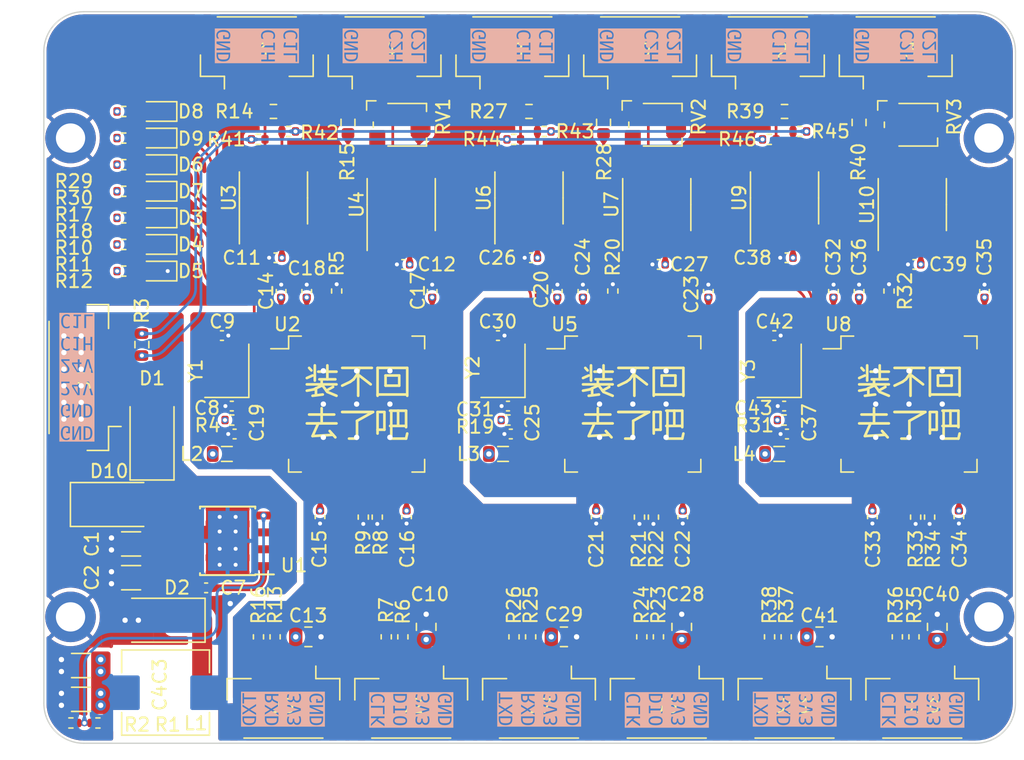
<source format=kicad_pcb>
(kicad_pcb (version 20221018) (generator pcbnew)
  (layers (0 "F.Cu" signal) (1 "In1.Cu" signal) (2 "In2.Cu" signal) (31 "B.Cu" signal) (34 "B.Paste" user) (35 "F.Paste" user) (36 "B.SilkS" user "B.Silkscreen") (37 "F.SilkS" user "F.Silkscreen") (38 "B.Mask" user) (39 "F.Mask" user) (44 "Edge.Cuts" user))
  (net 0 "")
  (net 4 "GND")
  (net 5 "+24V")
  (net 6 "/FB")
  (net 7 "/VIN")
  (net 8 "/BOOT")
  (net 9 "/PH")
  (net 10 "/CAN_ALL_L-")
  (net 11 "/CAN_ALL_H+")
  (net 12 "/CORE1/OSC_OUT")
  (net 13 "/CORE1/OSC_IN")
  (net 50 "Net-(U2-NRST)")
  (net 51 "Net-(U2-BOOT0)")
  (net 52 "+3.3V")
  (net 53 "Net-(J2-Pin_3)")
  (net 54 "/CORE1/DBG_DIO")
  (net 55 "Net-(J2-Pin_4)")
  (net 56 "/CORE1/DBG_CLK")
  (net 57 "/CORE1/CAN1_TX")
  (net 58 "/CORE1/CAN1_RX")
  (net 61 "/CORE1/CAN2_TX")
  (net 62 "/CORE1/CAN2_RX")
  (net 64 "/CORE1/CAN2_L-")
  (net 65 "/CORE1/CAN2_H+")
  (net 69 "Net-(U2-PB2)")
  (net 70 "Net-(U2-PB1)")
  (net 71 "Net-(D3-A)")
  (net 72 "Net-(D4-A)")
  (net 73 "Net-(D3-K)")
  (net 74 "Net-(D4-K)")
  (net 76 "/CORE1/UART3_TX")
  (net 77 "/CORE1/UART3_RX")
  (net 78 "Net-(D5-A)")
  (net 79 "/CORE1/+3.3VA")
  (net 80 "Net-(J5-Pin_3)")
  (net 81 "Net-(J5-Pin_4)")
  (net 83 "/CORE2/OSC_IN")
  (net 84 "/CORE2/OSC_OUT")
  (net 85 "Net-(D6-K)")
  (net 86 "Net-(D6-A)")
  (net 87 "Net-(D7-K)")
  (net 88 "Net-(D7-A)")
  (net 89 "Net-(J6-Pin_3)")
  (net 90 "Net-(J6-Pin_4)")
  (net 91 "Net-(J7-Pin_3)")
  (net 92 "Net-(J7-Pin_4)")
  (net 95 "/CORE2/CAN2_H+")
  (net 96 "/CORE2/CAN2_L-")
  (net 97 "Net-(U5-NRST)")
  (net 98 "Net-(U5-BOOT0)")
  (net 99 "Net-(U5-PB1)")
  (net 100 "Net-(U5-PB2)")
  (net 101 "/CORE2/DBG_DIO")
  (net 102 "/CORE2/DBG_CLK")
  (net 103 "/CORE2/UART3_RX")
  (net 104 "/CORE2/UART3_TX")
  (net 142 "/CORE2/CAN2_RX")
  (net 143 "/CORE2/CAN2_TX")
  (net 145 "/CORE2/CAN1_RX")
  (net 146 "/CORE2/CAN1_TX")
  (net 151 "/CORE3/OSC_IN")
  (net 152 "/CORE3/OSC_OUT")
  (net 153 "Net-(D8-K)")
  (net 154 "Net-(D8-A)")
  (net 155 "Net-(D9-K)")
  (net 156 "Net-(D9-A)")
  (net 157 "Net-(J10-Pin_3)")
  (net 158 "Net-(J10-Pin_4)")
  (net 159 "Net-(J11-Pin_3)")
  (net 160 "Net-(J11-Pin_4)")
  (net 163 "/CORE3/CAN2_H+")
  (net 164 "/CORE3/CAN2_L-")
  (net 165 "Net-(U8-NRST)")
  (net 166 "Net-(U8-BOOT0)")
  (net 167 "Net-(U8-PB1)")
  (net 168 "Net-(U8-PB2)")
  (net 169 "/CORE3/DBG_DIO")
  (net 170 "/CORE3/DBG_CLK")
  (net 171 "/CORE3/UART3_RX")
  (net 172 "/CORE3/UART3_TX")
  (net 210 "/CORE3/CAN2_RX")
  (net 211 "/CORE3/CAN2_TX")
  (net 213 "/CORE3/CAN1_RX")
  (net 214 "/CORE3/CAN1_TX")
  (net 219 "/CAN_CORE1_L-")
  (net 220 "/CAN_CORE1_H+")
  (net 221 "/CAN_CORE2_H+")
  (net 222 "/CAN_CORE2_L-")
  (net 223 "/CAN_CORE3_L-")
  (net 224 "/CAN_CORE3_H+")
  (net 225 "/CORE2/+3.3VA")
  (net 226 "/CORE3/+3.3VA")
  (footprint "Capacitor_SMD:C_0402_1005Metric" (layer "F.Cu") (at 165.405 69)
    (fp_text reference "C39")
    (fp_text value "100nF 50V")
  )
  (footprint "Capacitor_SMD:C_0402_1005Metric" (layer "F.Cu") (at 168.75 88 90)
    (fp_text reference "C34")
    (fp_text value "100nF 50V")
  )
  (footprint "Connector_JST:JST_GH_BM04B-GHS-TBT_1x04-1MP_P1.25mm_Vertical" (layer "F.Cu") (at 164 53)
    (fp_text reference "J13")
    (fp_text value "CAN2")
  )
  (footprint "Resistor_SMD:R_0402_1005Metric" (layer "F.Cu") (at 145.8 88 90)
    (fp_text reference "R22")
    (fp_text value "10K")
  )
  (footprint "LED_SMD:LED_0603_1608Metric" (layer "F.Cu") (at 108.505 59.5 180)
    (fp_text reference "D9")
    (fp_text value "LED2")
  )
  (footprint "Resistor_SMD:R_0402_1005Metric" (layer "F.Cu") (at 117.375 97 90)
    (fp_text reference "R13")
    (fp_text value "22R")
  )
  (footprint "Package_QFP:LQFP-64_10x10mm_P0.5mm" (layer "F.Cu") (at 144.25 79.5)
    (fp_text reference "U5")
    (fp_text value "STM32F105R8Tx")
  )
  (footprint "Capacitor_SMD:C_1206_3216Metric" (layer "F.Cu") (at 102.794 99.158 180)
    (fp_text reference "C3")
    (fp_text value "220uF 16V")
  )
  (footprint "Capacitor_SMD:C_0402_1005Metric" (layer "F.Cu") (at 135.0825 81.75)
    (fp_text reference "C25")
    (fp_text value "100nF 50V")
  )
  (footprint "Resistor_SMD:R_0402_1005Metric" (layer "F.Cu") (at 124 88 90)
    (fp_text reference "R9")
    (fp_text value "10K")
  )
  (footprint "Capacitor_SMD:C_0402_1005Metric" (layer "F.Cu") (at 170.675 71 -90)
    (fp_text reference "C35")
    (fp_text value "100nF 50V")
  )
  (footprint "Capacitor_SMD:C_0402_1005Metric" (layer "F.Cu") (at 114.3325 81.75)
    (fp_text reference "C19")
    (fp_text value "100nF 50V")
  )
  (footprint "Inductor_SMD:L_0805_2012Metric" (layer "F.Cu") (at 155.25 83.25)
    (fp_text reference "L4")
    (fp_text value "MLF2012C101KT000")
  )
  (footprint "Crystal:Crystal_SMD_3225-4Pin_3.2x2.5mm" (layer "F.Cu") (at 134.5 77 90)
    (fp_text reference "Y2")
    (fp_text value "25MHz")
  )
  (footprint "Crystal:Crystal_SMD_3225-4Pin_3.2x2.5mm" (layer "F.Cu") (at 155.25 77 90)
    (fp_text reference "Y3")
    (fp_text value "25MHz")
  )
  (footprint "Capacitor_SMD:C_1206_3216Metric" (layer "F.Cu") (at 102.794 101.698 180)
    (fp_text reference "C4")
    (fp_text value "220uF 16V")
  )
  (footprint "MountingHole:MountingHole_2.2mm_M2_DIN965_Pad" (layer "F.Cu") (at 171.005 59.5)
    (fp_text reference "H2" hide)
    (fp_text value "MountingHole_Pad" hide)
  )
  (footprint "Resistor_SMD:R_0402_1005Metric" (layer "F.Cu") (at 116.105 59.6)
    (fp_text reference "R41")
    (fp_text value "0R")
  )
  (footprint "Resistor_SMD:R_0402_1005Metric" (layer "F.Cu") (at 144.925 97 90)
    (fp_text reference "R24")
    (fp_text value "22R")
  )
  (footprint "Resistor_SMD:R_0402_1005Metric" (layer "F.Cu") (at 166.55 88 90)
    (fp_text reference "R34")
    (fp_text value "10K")
  )
  (footprint "Resistor_SMD:R_0402_1005Metric" (layer "F.Cu") (at 165.375 97 90)
    (fp_text reference "R35")
    (fp_text value "22R")
  )
  (footprint "Resistor_SMD:R_0402_1005Metric" (layer "F.Cu") (at 104.064 103.476)
    (fp_text reference "R1")
    (fp_text value "10K")
  )
  (footprint "Diode_SMD:D_SMA" (layer "F.Cu") (at 105.505 87.05)
    (fp_text reference "D10")
    (fp_text value "SMAJ30CA")
  )
  (footprint "Resistor_SMD:R_0402_1005Metric" (layer "F.Cu") (at 106.005 59.5 180)
    (fp_text reference "R30")
    (fp_text value "1K")
  )
  (footprint "Capacitor_SMD:C_0402_1005Metric" (layer "F.Cu") (at 113.38 74.35 180)
    (fp_text reference "C9")
    (fp_text value "16pF 50V")
  )
  (footprint "Common:L_6.3x6.3_H3" (layer "F.Cu") (at 109.144 101.19 180)
    (fp_text reference "L1")
    (fp_text value "10uH 5A")
  )
  (footprint "Connector_JST:JST_GH_BM04B-GHS-TBT_1x04-1MP_P1.25mm_Vertical" (layer "F.Cu") (at 146.8 102 180)
    (fp_text reference "J6")
    (fp_text value "DBG")
  )
  (footprint "Capacitor_SMD:C_0402_1005Metric" (layer "F.Cu") (at 138.575 71 -90)
    (fp_text reference "C20")
    (fp_text value "100nF 50V")
  )
  (footprint "Resistor_SMD:R_0402_1005Metric" (layer "F.Cu") (at 106.005 63.5 180)
    (fp_text reference "R18")
    (fp_text value "1K")
  )
  (footprint "LED_SMD:LED_0603_1608Metric" (layer "F.Cu") (at 108.505 57.5 180)
    (fp_text reference "D8")
    (fp_text value "LED1")
  )
  (footprint "Resistor_SMD:R_0402_1005Metric" (layer "F.Cu") (at 146.175 97 90)
    (fp_text reference "R23")
    (fp_text value "22R")
  )
  (footprint "Common:Potentiometer_Bourns_TC33X_Vertical" (layer "F.Cu") (at 146.05 58.5)
    (fp_text reference "RV2")
    (fp_text value "0-500R")
  )
  (footprint "Crystal:Crystal_SMD_3225-4Pin_3.2x2.5mm" (layer "F.Cu") (at 113.75 77 90)
    (fp_text reference "Y1")
    (fp_text value "25MHz")
  )
  (footprint "Capacitor_SMD:C_0402_1005Metric" (layer "F.Cu") (at 141.5 88 90)
    (fp_text reference "C21")
    (fp_text value "100nF 50V")
  )
  (footprint "Package_QFP:LQFP-64_10x10mm_P0.5mm" (layer "F.Cu") (at 165 79.5)
    (fp_text reference "U8")
    (fp_text value "STM32F105R8Tx")
  )
  (footprint "Resistor_SMD:R_0402_1005Metric" (layer "F.Cu") (at 142.75 71 -90)
    (fp_text reference "R20")
    (fp_text value "10K")
  )
  (footprint "Capacitor_SMD:C_0402_1005Metric" (layer "F.Cu") (at 114.12 79.65)
    (fp_text reference "C8")
    (fp_text value "16pF 50V")
  )
  (footprint "Capacitor_SMD:C_0805_2012Metric" (layer "F.Cu") (at 167.125 96.25 90)
    (fp_text reference "C40")
    (fp_text value "1uF 16V")
  )
  (footprint "Resistor_SMD:R_0402_1005Metric" (layer "F.Cu") (at 154.505 59.6)
    (fp_text reference "R46")
    (fp_text value "0R")
  )
  (footprint "LED_SMD:LED_0603_1608Metric" (layer "F.Cu") (at 108.505 67.5 180)
    (fp_text reference "D4")
    (fp_text value "LED2")
  )
  (footprint "Package_SO:SOIC-8_3.9x4.9mm_P1.27mm" (layer "F.Cu") (at 117.25 64 90)
    (fp_text reference "U3")
    (fp_text value "SN65HVD232")
  )
  (footprint "Capacitor_SMD:C_0402_1005Metric" (layer "F.Cu") (at 112.192 93.316 180)
    (fp_text reference "C7")
    (fp_text value "100nF 50V")
  )
  (footprint "Resistor_SMD:R_0402_1005Metric" (layer "F.Cu") (at 106.005 67.5 180)
    (fp_text reference "R11")
    (fp_text value "1K")
  )
  (footprint "Resistor_SMD:R_0402_1005Metric" (layer "F.Cu") (at 135.305 59.6)
    (fp_text reference "R44")
    (fp_text value "0R")
  )
  (footprint "MountingHole:MountingHole_2.2mm_M2_DIN965_Pad" (layer "F.Cu") (at 171.005 95.5)
    (fp_text reference "H4" hide)
    (fp_text value "MountingHole_Pad" hide)
  )
  (footprint "Connector_JST:JST_GH_BM04B-GHS-TBT_1x04-1MP_P1.25mm_Vertical" (layer "F.Cu") (at 118 102 180)
    (fp_text reference "J5")
    (fp_text value "TTL")
  )
  (footprint "Package_SO:SOIC-8_3.9x4.9mm_P1.27mm" (layer "F.Cu") (at 165.25 64.5 90)
    (fp_text reference "U10")
    (fp_text value "SN65HVD232")
  )
  (footprint "Inductor_SMD:L_0805_2012Metric" (layer "F.Cu") (at 113.75 83.25)
    (fp_text reference "L2")
    (fp_text value "MLF2012C101KT000")
  )
  (footprint "Capacitor_SMD:C_0402_1005Metric" (layer "F.Cu") (at 149.925 71 -90)
    (fp_text reference "C23")
    (fp_text value "100nF 50V")
  )
  (footprint "Capacitor_SMD:C_0402_1005Metric" (layer "F.Cu") (at 155.805 68.5)
    (fp_text reference "C38")
    (fp_text value "100nF 50V")
  )
  (footprint "Capacitor_SMD:C_0402_1005Metric" (layer "F.Cu") (at 117.405 68.5)
    (fp_text reference "C11")
    (fp_text value "100nF 50V")
  )
  (footprint "Resistor_SMD:R_0603_1608Metric" (layer "F.Cu") (at 161.25 58.325 -90)
    (fp_text reference "R40")
    (fp_text value "120R")
  )
  (footprint "LED_SMD:LED_0603_1608Metric" (layer "F.Cu") (at 108.505 69.5 180)
    (fp_text reference "D5")
    (fp_text value "LED")
  )
  (footprint "Resistor_SMD:R_0402_1005Metric" (layer "F.Cu") (at 106.005 69.5 180)
    (fp_text reference "R12")
    (fp_text value "1K")
  )
  (footprint "Connector_JST:JST_GH_BM04B-GHS-TBT_1x04-1MP_P1.25mm_Vertical" (layer "F.Cu") (at 127.6 102 180)
    (fp_text reference "J2")
    (fp_text value "DBG")
  )
  (footprint "Resistor_SMD:R_0402_1005Metric" (layer "F.Cu") (at 155.775 97 90)
    (fp_text reference "R37")
    (fp_text value "22R")
  )
  (footprint "Resistor_SMD:R_0402_1005Metric" (layer "F.Cu") (at 136.575 97 90)
    (fp_text reference "R25")
    (fp_text value "22R")
  )
  (footprint "Capacitor_SMD:C_1206_3216Metric" (layer "F.Cu") (at 106.555 90.014 180)
    (fp_text reference "C1")
    (fp_text value "10uF 50V")
  )
  (footprint "Resistor_SMD:R_0402_1005Metric" (layer "F.Cu") (at 155.62 80.7)
    (fp_text reference "R31")
    (fp_text value "10K")
  )
  (footprint "Package_SO:SOIC-8_3.9x4.9mm_P1.27mm" (layer "F.Cu") (at 136.45 64 90)
    (fp_text reference "U6")
    (fp_text value "SN65HVD232")
  )
  (footprint "Resistor_SMD:R_0402_1005Metric" (layer "F.Cu") (at 122 71 -90)
    (fp_text reference "R5")
    (fp_text value "10K")
  )
  (footprint "MountingHole:MountingHole_2.2mm_M2_DIN965_Pad" (layer "F.Cu") (at 102.005 95.5)
    (fp_text reference "H3" hide)
    (fp_text value "MountingHole_Pad" hide)
  )
  (footprint "Resistor_SMD:R_0402_1005Metric" (layer "F.Cu") (at 106.005 61.5 180)
    (fp_text reference "R17")
    (fp_text value "1K")
  )
  (footprint "Resistor_SMD:R_0402_1005Metric" (layer "F.Cu") (at 154.525 97 90)
    (fp_text reference "R38")
    (fp_text value "22R")
  )
  (footprint "Package_QFP:LQFP-64_10x10mm_P0.5mm" (layer "F.Cu") (at 123.5 79.5)
    (fp_text reference "U2")
    (fp_text value "STM32F105R8Tx")
  )
  (footprint "Capacitor_SMD:C_0402_1005Metric" (layer "F.Cu") (at 120.75 88 90)
    (fp_text reference "C15")
    (fp_text value "100nF 50V")
  )
  (footprint "Package_SO:TI_SO-PowerPAD-8_ThermalVias" (layer "F.Cu") (at 113.808 89.782 180)
    (fp_text reference "U1")
    (fp_text value "TPS5430DDA")
  )
  (footprint "Resistor_SMD:R_0402_1005Metric" (layer "F.Cu") (at 144.75 88 90)
    (fp_text reference "R21")
    (fp_text value "10K")
  )
  (footprint "Diode_SMD:D_SMA" (layer "F.Cu") (at 108.128 81.7 90)
    (fp_text reference "D1")
    (fp_text value "SS56")
  )
  (footprint "Capacitor_SMD:C_0402_1005Metric" (layer "F.Cu") (at 154.88 74.35 180)
    (fp_text reference "C42")
    (fp_text value "16pF 50V")
  )
  (footprint "Capacitor_SMD:C_0402_1005Metric" (layer "F.Cu") (at 159.325 71 -90)
    (fp_text reference "C32")
    (fp_text value "100nF 50V")
  )
  (footprint "Resistor_SMD:R_0402_1005Metric" (layer "F.Cu") (at 116.125 97 90)
    (fp_text reference "R16")
    (fp_text value "22R")
  )
  (footprint "Connector_JST:JST_GH_BM06B-GHS-TBT_1x06-1MP_P1.25mm_Vertical" (layer "F.Cu") (at 103 77.5 90)
    (fp_text reference "J1")
    (fp_text value "CAN_ALL")
  )
  (footprint "Resistor_SMD:R_0402_1005Metric" (layer "F.Cu") (at 135.325 97 90)
    (fp_text reference "R26")
    (fp_text value "22R")
  )
  (footprint "Connector_JST:JST_GH_BM04B-GHS-TBT_1x04-1MP_P1.25mm_Vertical" (layer "F.Cu") (at 137.2 102 180)
    (fp_text reference "J7")
    (fp_text value "TTL")
  )
  (footprint "LED_SMD:LED_0603_1608Metric" (layer "F.Cu") (at 108.505 65.5 180)
    (fp_text reference "D3")
    (fp_text value "LED1")
  )
  (footprint "Capacitor_SMD:C_0805_2012Metric" (layer "F.Cu") (at 139.075 97)
    (fp_text reference "C29")
    (fp_text value "1uF 16V")
  )
  (footprint "Resistor_SMD:R_0402_1005Metric" (layer "F.Cu") (at 137.595 59 180)
    (fp_text reference "R43")
    (fp_text value "0R")
  )
  (footprint "LED_SMD:LED_0603_1608Metric" (layer "F.Cu") (at 108.505 61.5 180)
    (fp_text reference "D6")
    (fp_text value "LED1")
  )
  (footprint "Connector_JST:JST_GH_BM04B-GHS-TBT_1x04-1MP_P1.25mm_Vertical" (layer "F.Cu") (at 166 102 180)
    (fp_text reference "J10")
    (fp_text value "DBG")
  )
  (footprint "Resistor_SMD:R_0603_1608Metric" (layer "F.Cu") (at 122.85 58.325 -90)
    (fp_text reference "R15")
    (fp_text value "120R")
  )
  (footprint "Capacitor_SMD:C_0402_1005Metric" (layer "F.Cu") (at 117.825 71 -90)
    (fp_text reference "C14")
    (fp_text value "100nF 50V")
  )
  (footprint "Capacitor_SMD:C_0402_1005Metric" (layer "F.Cu") (at 140.5 71 -90)
    (fp_text reference "C24")
    (fp_text value "100nF 50V")
  )
  (footprint "Capacitor_SMD:C_0402_1005Metric" (layer "F.Cu") (at 155.62 79.65)
    (fp_text reference "C43")
    (fp_text value "16pF 50V")
  )
  (footprint "Common:Potentiometer_Bourns_TC33X_Vertical" (layer "F.Cu") (at 165.25 58.5)
    (fp_text reference "RV3")
    (fp_text value "0-500R")
  )
  (footprint "Resistor_SMD:R_0603_1608Metric" (layer "F.Cu") (at 155.65 57.5)
    (fp_text reference "R39")
    (fp_text value "120R")
  )
  (footprint "Resistor_SMD:R_0402_1005Metric" (layer "F.Cu") (at 163.5 71 -90)
    (fp_text reference "R32")
    (fp_text value "10K")
  )
  (footprint "Resistor_SMD:R_0402_1005Metric" (layer "F.Cu") (at 126.975 97 90)
    (fp_text reference "R6")
    (fp_text value "22R")
  )
  (footprint "Capacitor_SMD:C_0402_1005Metric" (layer "F.Cu") (at 136.605 68.5)
    (fp_text reference "C26")
    (fp_text value "100nF 50V")
  )
  (footprint "Capacitor_SMD:C_0402_1005Metric" (layer "F.Cu") (at 127.25 88 90)
    (fp_text reference "C16")
    (fp_text value "100nF 50V")
  )
  (footprint "Connector_JST:JST_GH_BM04B-GHS-TBT_1x04-1MP_P1.25mm_Vertical" (layer "F.Cu") (at 154.4 53)
    (fp_text reference "J12")
    (fp_text value "CAN1")
  )
  (footprint "Connector_JST:JST_GH_BM04B-GHS-TBT_1x04-1MP_P1.25mm_Vertical" (layer "F.Cu") (at 116 53)
    (fp_text reference "J3")
    (fp_text value "CAN1")
  )
  (footprint "Package_SO:SOIC-8_3.9x4.9mm_P1.27mm" (layer "F.Cu") (at 146.05 64.5 90)
    (fp_text reference "U7")
    (fp_text value "SN65HVD232")
  )
  (footprint "Resistor_SMD:R_0402_1005Metric" (layer "F.Cu") (at 134.87 80.7)
    (fp_text reference "R19")
    (fp_text value "10K")
  )
  (footprint "Diode_SMD:D_SMA" (layer "F.Cu") (at 108.602 95.751 180)
    (fp_text reference "D2")
    (fp_text value "SS56")
  )
  (footprint "Capacitor_SMD:C_1206_3216Metric" (layer "F.Cu") (at 106.555 92.554 180)
    (fp_text reference "C2")
    (fp_text value "10uF 50V")
  )
  (footprint "Connector_JST:JST_GH_BM04B-GHS-TBT_1x04-1MP_P1.25mm_Vertical" (layer "F.Cu") (at 125.6 53)
    (fp_text reference "J4")
    (fp_text value "CAN2")
  )
  (footprint "Capacitor_SMD:C_0805_2012Metric" (layer "F.Cu") (at 128.725 96.25 90)
    (fp_text reference "C10")
    (fp_text value "1uF 16V")
  )
  (footprint "Resistor_SMD:R_0402_1005Metric" (layer "F.Cu") (at 125.05 88 90)
    (fp_text reference "R8")
    (fp_text value "10K")
  )
  (footprint "Resistor_SMD:R_0603_1608Metric" (layer "F.Cu") (at 136.45 57.5)
    (fp_text reference "R27")
    (fp_text value "120R")
  )
  (footprint "Capacitor_SMD:C_0402_1005Metric" (layer "F.Cu") (at 119.75 71 -90)
    (fp_text reference "C18")
    (fp_text value "100nF 50V")
  )
  (footprint "Capacitor_SMD:C_0402_1005Metric" (layer "F.Cu") (at 155.8325 81.75)
    (fp_text reference "C37")
    (fp_text value "100nF 50V")
  )
  (footprint "Capacitor_SMD:C_0805_2012Metric" (layer "F.Cu") (at 158.275 97)
    (fp_text reference "C41")
    (fp_text value "1uF 16V")
  )
  (footprint "Package_SO:SOIC-8_3.9x4.9mm_P1.27mm" (layer "F.Cu") (at 126.85 64.5 90)
    (fp_text reference "U4")
    (fp_text value "SN65HVD232")
  )
  (footprint "Common:Potentiometer_Bourns_TC33X_Vertical" (layer "F.Cu") (at 126.85 58.5)
    (fp_text reference "RV1")
    (fp_text value "0-500R")
  )
  (footprint "Capacitor_SMD:C_0402_1005Metric" (layer "F.Cu") (at 129.175 71 -90)
    (fp_text reference "C17")
    (fp_text value "100nF 50V")
  )
  (footprint "Resistor_SMD:R_0603_1608Metric" (layer "F.Cu") (at 107.366 75.028 90)
    (fp_text reference "R3")
    (fp_text value "120R")
  )
  (footprint "Inductor_SMD:L_0805_2012Metric" (layer "F.Cu") (at 134.5 83.25)
    (fp_text reference "L3")
    (fp_text value "MLF2012C101KT000")
  )
  (footprint "Connector_JST:JST_GH_BM04B-GHS-TBT_1x04-1MP_P1.25mm_Vertical" (layer "F.Cu") (at 135.2 53)
    (fp_text reference "J8")
    (fp_text value "CAN1")
  )
  (footprint "Capacitor_SMD:C_0402_1005Metric" (layer "F.Cu") (at 127.005 69)
    (fp_text reference "C12")
    (fp_text value "100nF 50V")
  )
  (footprint "Resistor_SMD:R_0402_1005Metric" (layer "F.Cu") (at 114.12 80.7)
    (fp_text reference "R4")
    (fp_text value "10K")
  )
  (footprint "Capacitor_SMD:C_0402_1005Metric" (layer "F.Cu") (at 148 88 90)
    (fp_text reference "C22")
    (fp_text value "100nF 50V")
  )
  (footprint "Capacitor_SMD:C_0402_1005Metric" (layer "F.Cu") (at 134.12 74.35 180)
    (fp_text reference "C30")
    (fp_text value "16pF 50V")
  )
  (footprint "Resistor_SMD:R_0603_1608Metric" (layer "F.Cu") (at 142.05 58.325 -90)
    (fp_text reference "R28")
    (fp_text value "120R")
  )
  (footprint "Capacitor_SMD:C_0402_1005Metric" (layer "F.Cu") (at 162.25 88 90)
    (fp_text reference "C33")
    (fp_text value "100nF 50V")
  )
  (footprint "Resistor_SMD:R_0402_1005Metric" (layer "F.Cu") (at 125.725 97 90)
    (fp_text reference "R7")
    (fp_text value "22R")
  )
  (footprint "Resistor_SMD:R_0402_1005Metric" (layer "F.Cu") (at 156.795 59 180)
    (fp_text reference "R45")
    (fp_text value "0R")
  )
  (footprint "Resistor_SMD:R_0603_1608Metric" (layer "F.Cu") (at 117.25 57.5)
    (fp_text reference "R14")
    (fp_text value "120R")
  )
  (footprint "Resistor_SMD:R_0402_1005Metric" (layer "F.Cu") (at 164.125 97 90)
    (fp_text reference "R36")
    (fp_text value "22R")
  )
  (footprint "Connector_JST:JST_GH_BM04B-GHS-TBT_1x04-1MP_P1.25mm_Vertical" (layer "F.Cu") (at 144.8 53)
    (fp_text reference "J9")
    (fp_text value "CAN2")
  )
  (footprint "Resistor_SMD:R_0402_1005Metric" (layer "F.Cu") (at 106.005 57.5 180)
    (fp_text reference "R29")
    (fp_text value "1K")
  )
  (footprint "Connector_JST:JST_GH_BM04B-GHS-TBT_1x04-1MP_P1.25mm_Vertical" (layer "F.Cu") (at 156.4 102 180)
    (fp_text reference "J11")
    (fp_text value "TTL")
  )
  (footprint "Capacitor_SMD:C_0805_2012Metric" (layer "F.Cu") (at 119.875 97)
    (fp_text reference "C13")
    (fp_text value "1uF 16V")
  )
  (footprint "MountingHole:MountingHole_2.2mm_M2_DIN965_Pad" (layer "F.Cu") (at 102.005 59.5)
    (fp_text reference "H1" hide)
    (fp_text value "MountingHole_Pad" hide)
  )
  (footprint "Resistor_SMD:R_0402_1005Metric" (layer "F.Cu") (at 165.5 88 90)
    (fp_text reference "R33")
    (fp_text value "10K")
  )
  (footprint "Resistor_SMD:R_0402_1005Metric" (layer "F.Cu") (at 102.032 103.476 180)
    (fp_text reference "R2")
    (fp_text value "5.9K")
  )
  (footprint "LED_SMD:LED_0603_1608Metric" (layer "F.Cu") (at 108.505 63.5 180)
    (fp_text reference "D7")
    (fp_text value "LED2")
  )
  (footprint "Capacitor_SMD:C_0805_2012Metric" (layer "F.Cu") (at 147.925 96.25 90)
    (fp_text reference "C28")
    (fp_text value "1uF 16V")
  )
  (footprint "Capacitor_SMD:C_0402_1005Metric" (layer "F.Cu") (at 134.87 79.65)
    (fp_text reference "C31")
    (fp_text value "16pF 50V")
  )
  (footprint "Capacitor_SMD:C_0402_1005Metric" (layer "F.Cu") (at 161.25 71 -90)
    (fp_text reference "C36")
    (fp_text value "100nF 50V")
  )
  (footprint "Capacitor_SMD:C_0402_1005Metric" (layer "F.Cu") (at 146.205 69)
    (fp_text reference "C27")
    (fp_text value "100nF 50V")
  )
  (footprint "Resistor_SMD:R_0402_1005Metric" (layer "F.Cu") (at 106.005 65.5 180)
    (fp_text reference "R10")
    (fp_text value "1K")
  )
  (footprint "Resistor_SMD:R_0402_1005Metric" (layer "F.Cu") (at 118.395 59 180)
    (fp_text reference "R42")
    (fp_text value "0R")
  )
  (footprint "Package_SO:SOIC-8_3.9x4.9mm_P1.27mm" (layer "F.Cu") (at 155.65 64 90)
    (fp_text reference "U9")
    (fp_text value "SN65HVD232")
  )
  (gr_line (start 173 53) (end 173 102) (stroke (width 0.1)) (layer "Edge.Cuts"))
  (gr_arc (start 170 50) (mid 172.12132 50.87868) (end 173 53) (stroke (width 0.1)) (layer "Edge.Cuts"))
  (gr_line (start 100 102) (end 100 53) (stroke (width 0.1)) (layer "Edge.Cuts"))
  (gr_arc (start 100 53) (mid 100.87868 50.87868) (end 103 50) (stroke (width 0.1)) (layer "Edge.Cuts"))
  (gr_line (start 170 105) (end 103 105) (stroke (width 0.1)) (layer "Edge.Cuts"))
  (gr_arc (start 173 102) (mid 172.12132 104.12132) (end 170 105) (stroke (width 0.1)) (layer "Edge.Cuts"))
  (gr_arc (start 103 105) (mid 100.87868 104.12132) (end 100 102) (stroke (width 0.1)) (layer "Edge.Cuts"))
  (gr_line (start 103 50) (end 170 50) (stroke (width 0.1)) (layer "Edge.Cuts"))
  (gr_text "GND\n\nC1H\nC1L" (at 157.605 51.3 90) (layer "B.SilkS" knockout) (effects (font (size 1 1)) (justify left bottom mirror)))
  (gr_text "GND\n\nC1H\nC1L" (at 119.205 51.3 90) (layer "B.SilkS" knockout) (effects (font (size 1 1)) (justify left bottom mirror)))
  (gr_text "TXD\nRXD\n3V3\nGND" (at 159.605 101.2 90) (layer "B.SilkS" knockout) (effects (font (size 1 1)) (justify left bottom mirror)))
  (gr_text "TXD\nRXD\n3V3\nGND" (at 121.155 101.2 90) (layer "B.SilkS" knockout) (effects (font (size 1 1)) (justify left bottom mirror)))
  (gr_text "GND\n\nC2H\nC2L" (at 148.005 51.3 90) (layer "B.SilkS" knockout) (effects (font (size 1 1)) (justify left bottom mirror)))
  (gr_text "GND\n\nC1H\nC1L" (at 138.405 51.3 90) (layer "B.SilkS" knockout) (effects (font (size 1 1)) (justify left bottom mirror)))
  (gr_text "GND\n\nC2H\nC2L" (at 128.805 51.3 90) (layer "B.SilkS" knockout) (effects (font (size 1 1)) (justify left bottom mirror)))
  (gr_text "TXD\nRXD\n3V3\nGND" (at 140.405 101.2 90) (layer "B.SilkS" knockout) (effects (font (size 1 1)) (justify left bottom mirror)))
  (gr_text "CLK\nDIO\n3V3\nGND" (at 130.805 101.2 90) (layer "B.SilkS" knockout) (effects (font (size 1 1)) (justify left bottom mirror)))
  (gr_text "CLK\nDIO\n3V3\nGND" (at 169.205 101.2 90) (layer "B.SilkS" knockout) (effects (font (size 1 1)) (justify left bottom mirror)))
  (gr_text "CLK\nDIO\n3V3\nGND" (at 150.005 101.2 90) (layer "B.SilkS" knockout) (effects (font (size 1 1)) (justify left bottom mirror)))
  (gr_text "GND\n\nC2H\nC2L" (at 167.205 51.3 90) (layer "B.SilkS" knockout) (effects (font (size 1 1)) (justify left bottom mirror)))
  (gr_text "GND\nGND\n24V\n24V\nC1H\nC1L" (at 101.205 72.6 180) (layer "B.SilkS" knockout) (effects (font (size 1 1)) (justify left bottom mirror)))
  (gr_text "装不回\n去了吧" (at 140.205 82.35) (layer "F.SilkS") (effects (font (size 2 1.8) (thickness 0.2)) (justify left bottom)))
  (gr_text "装不回\n去了吧" (at 119.455 82.35) (layer "F.SilkS") (effects (font (size 2 1.8) (thickness 0.2)) (justify left bottom)))
  (gr_text "装不回\n去了吧" (at 160.955 82.35) (layer "F.SilkS") (effects (font (size 2 1.8) (thickness 0.2)) (justify left bottom)))
  (segment (start 161.75 73.825) (end 161.75 75.028) (width 0.3) (layer "F.Cu") (net 4))
  (segment (start 168.25 85.175) (end 168.25 83.994) (width 0.3) (layer "F.Cu") (net 4))
  (segment (start 155.36 74.35) (end 155.681758 74.35) (width 0.2) (layer "F.Cu") (net 4))
  (segment (start 120.25 85.175) (end 120.25 83.918) (width 0.3) (layer "F.Cu") (net 4))
  (segment (start 113.86 74.35) (end 114.181758 74.35) (width 0.2) (layer "F.Cu") (net 4))
  (segment (start 155.015 66.475) (end 155.015 65.01) (width 0.3) (layer "F.Cu") (net 4))
  (segment (start 138.575 81.25) (end 139.878 81.25) (width 0.3) (layer "F.Cu") (net 4))
  (segment (start 164.615 66.975) (end 164.615 67.990796) (width 0.3) (layer "F.Cu") (net 4))
  (segment (start 164.925 69) (end 164.925 68.739203) (width 0.3) (layer "F.Cu") (net 4))
  (segment (start 120.25 73.825) (end 120.25 75.028) (width 0.3) (layer "F.Cu") (net 4))
  (segment (start 114.6 74.768241) (end 114.6 75.9) (width 0.2) (layer "F.Cu") (net 4))
  (segment (start 129.175 76.25) (end 130.305 76.25) (width 0.3) (layer "F.Cu") (net 4))
  (segment (start 155.015 67.490796) (end 155.015 66.475) (width 0.3) (layer "F.Cu") (net 4))
  (segment (start 170.675 76.25) (end 169.39 76.25) (width 0.3) (layer "F.Cu") (net 4))
  (segment (start 141 73.825) (end 141 75.028) (width 0.3) (layer "F.Cu") (net 4))
  (segment (start 129.175 76.25) (end 127.94 76.25) (width 0.3) (layer "F.Cu") (net 4))
  (segment (start 134.931758 74.35) (end 134.61 74.35) (width 0.2) (layer "F.Cu") (net 4))
  (segment (start 126.525 69) (end 126.525 68.739203) (width 0.3) (layer "F.Cu") (net 4))
  (segment (start 170.675 76.25) (end 171.855 76.25) (width 0.3) (layer "F.Cu") (net 4))
  (segment (start 117.825 81.25) (end 119.05 81.25) (width 0.3) (layer "F.Cu") (net 4))
  (segment (start 159.325 81.25) (end 160.452 81.25) (width 0.3) (layer "F.Cu") (net 4))
  (segment (start 161.75 85.175) (end 161.75 83.946) (width 0.3) (layer "F.Cu") (net 4))
  (segment (start 147.5 84.175414) (end 147.5 85.175) (width 0.3) (layer "F.Cu") (net 4))
  (segment (start 147.499 84.173) (end 147.498 84.172) (width 0.3) (layer "F.Cu") (net 4))
  (segment (start 156.1 74.768241) (end 156.1 75.9) (width 0.2) (layer "F.Cu") (net 4))
  (segment (start 135.35 74.768241) (end 135.35 75.9) (width 0.2) (layer "F.Cu") (net 4))
  (segment (start 136.125 68.5) (end 136.125 68.239203) (width 0.3) (layer "F.Cu") (net 4))
  (segment (start 126.75 85.175) (end 126.75 83.918) (width 0.3) (layer "F.Cu") (net 4))
  (segment (start 145.415 67.990796) (end 145.415 66.975) (width 0.3) (layer "F.Cu") (net 4))
  (segment (start 164.615 66.975) (end 164.615 65.5) (width 0.3) (layer "F.Cu") (net 4))
  (segment (start 149.925 76.25) (end 151.155 76.25) (width 0.3) (layer "F.Cu") (net 4))
  (segment (start 145.725 69) (end 145.725 68.739203) (width 0.3) (layer "F.Cu") (net 4))
  (segment (start 126.215 67.990796) (end 126.215 66.975) (width 0.3) (layer "F.Cu") (net 4))
  (segment (start 116.615 67.490796) (end 116.615 66.475) (width 0.3) (layer "F.Cu") (net 4))
  (segment (start 116.925 68.5) (end 116.925 68.239203) (width 0.3) (layer "F.Cu") (net 4))
  (segment (start 149.925 76.25) (end 148.768 76.25) (width 0.3) (layer "F.Cu") (net 4))
  (segment (start 135.815 67.490796) (end 135.815 66.475) (width 0.3) (layer "F.Cu") (net 4))
  (segment (start 155.325 68.239203) (end 155.325 68.5) (width 0.3) (layer "F.Cu") (net 4))
  (segment (start 141 85.175) (end 141 84.066) (width 0.3) (layer "F.Cu") (net 4))
  (via (at 121 79.5) (size 0.8) (drill 0.4) (layers "F.Cu" "B.Cu") (net 4))
  (via (at 105.08 93.004) (size 0.8) (drill 0.4) (layers "F.Cu" "B.Cu") (net 4))
  (via (at 117.835 70.52) (size 0.5) (drill 0.3) (layers "F.Cu" "B.Cu") (net 4))
  (via (at 165 77) (size 0.8) (drill 0.4) (layers "F.Cu" "B.Cu") (net 4))
  (via (at 165 82) (size 0.8) (drill 0.4) (layers "F.Cu" "B.Cu") (net 4))
  (via (at 146.75 79.5) (size 0.8) (drill 0.4) (layers "F.Cu" "B.Cu") (net 4))
  (via (at 116.925 68.5) (size 0.5) (drill 0.3) (layers "F.Cu" "B.Cu") (net 4))
  (via (at 119.75 70.52) (size 0.5) (drill 0.3) (layers "F.Cu" "B.Cu") (net 4))
  (via (at 140.5 70.52) (size 0.5) (drill 0.3) (layers "F.Cu" "B.Cu") (net 4))
  (via (at 101.319 102.148) (size 0.8) (drill 0.4) (layers "F.Cu" "B.Cu") (net 4))
  (via (at 142.75 70.49) (size 0.5) (drill 0.3) (layers "F.Cu" "B.Cu") (net 4))
  (via (at 122 70.49) (size 0.5) (drill 0.3) (layers "F.Cu" "B.Cu") (net 4))
  (via (at 120.825 97) (size 0.8) (drill 0.4) (layers "F.Cu" "B.Cu") (net 4))
  (via (at 136.125 68.5) (size 0.5) (drill 0.3) (layers "F.Cu" "B.Cu") (net 4))
  (via (at 128.725 95.3) (size 0.8) (drill 0.4) (layers "F.Cu" "B.Cu") (net 4))
  (via (at 163.5 70.49) (size 0.5) (drill 0.3) (layers "F.Cu" "B.Cu") (net 4))
  (via (at 109.305 69.5) (size 0.5) (drill 0.3) (layers "F.Cu" "B.Cu") (net 4))
  (via (at 162.5 82) (size 0.8) (drill 0.4) (layers "F.Cu" "B.Cu") (net 4))
  (via (at 123.5 79.5) (size 0.8) (drill 0.4) (layers "F.Cu" "B.Cu") (net 4))
  (via (at 114.005 94.5) (size 0.8) (drill 0.4) (layers "F.Cu" "B.Cu") (net 4))
  (via (at 147.925 95.3) (size 0.8) (drill 0.4) (layers "F.Cu" "B.Cu") (net 4))
  (via (at 101.505 75.625) (size 0.8) (drill 0.4) (layers "F.Cu" "B.Cu") (net 4))
  (via (at 106.102 95.751) (size 0.8) (drill 0.4) (layers "F.Cu" "B.Cu") (net 4))
  (via (at 155.36 74.35) (size 0.5) (drill 0.3) (layers "F.Cu" "B.Cu") (net 4))
  (via (at 155.3525 81.75) (size 0.5) (drill 0.3) (layers "F.Cu" "B.Cu") (net 4))
  (via (at 101.505 74.375) (size 0.8) (drill 0.4) (layers "F.Cu" "B.Cu") (net 4))
  (via (at 120.75 88.48) (size 0.5) (drill 0.3) (layers "F.Cu" "B.Cu") (net 4))
  (via (at 101.505 76.875) (size 0.8) (drill 0.4) (layers "F.Cu" "B.Cu") (net 4))
  (via (at 167.5 82) (size 0.8) (drill 0.4) (layers "F.Cu" "B.Cu") (net 4))
  (via (at 121 77) (size 0.8) (drill 0.4) (layers "F.Cu" "B.Cu") (net 4))
  (via (at 134.39 79.65) (size 0.5) (drill 0.3) (layers "F.Cu" "B.Cu") (net 4))
  (via (at 144.25 77) (size 0.8) (drill 0.4) (layers "F.Cu" "B.Cu") (net 4))
  (via (at 123.5 77) (size 0.8) (drill 0.4) (layers "F.Cu" "B.Cu") (net 4))
  (via (at 170.675 70.52) (size 0.5) (drill 0.3) (layers "F.Cu" "B.Cu") (net 4))
  (via (at 141.5 88.48) (size 0.5) (drill 0.3) (layers "F.Cu" "B.Cu") (net 4))
  (via (at 102.805 75.625) (size 0.8) (drill 0.4) (layers "F.Cu" "B.Cu") (net 4))
  (via (at 101.505 79.375) (size 0.8) (drill 0.4) (layers "F.Cu" "B.Cu") (net 4))
  (via (at 102.805 74.375) (size 0.8) (drill 0.4) (layers "F.Cu" "B.Cu") (net 4))
  (via (at 105.08 89.564) (size 0.8) (drill 0.4) (layers "F.Cu" "B.Cu") (net 4))
  (via (at 141.75 77) (size 0.8) (drill 0.4) (layers "F.Cu" "B.Cu") (net 4))
  (via (at 155.14 79.65) (size 0.5) (drill 0.3) (layers "F.Cu" "B.Cu") (net 4))
  (via (at 162.5 79.5) (size 0.8) (drill 0.4) (layers "F.Cu" "B.Cu") (net 4))
  (via (at 144.75 88.51) (size 0.5) (drill 0.3) (layers "F.Cu" "B.Cu") (net 4))
  (via (at 165 79.5) (size 0.8) (drill 0.4) (layers "F.Cu" "B.Cu") (net 4))
  (via (at 107.102 95.751) (size 0.8) (drill 0.4) (layers "F.Cu" "B.Cu") (net 4))
  (via (at 101.319 99.608) (size 0.8) (drill 0.4) (layers "F.Cu" "B.Cu") (net 4))
  (via (at 144.25 82) (size 0.8) (drill 0.4) (layers "F.Cu" "B.Cu") (net 4))
  (via (at 101.319 101.248) (size 0.8) (drill 0.4) (layers "F.Cu" "B.Cu") (net 4))
  (via (at 167.125 95.3) (size 0.8) (drill 0.4) (layers "F.Cu" "B.Cu") (net 4))
  (via (at 166.55 88.51) (size 0.5) (drill 0.3) (layers "F.Cu" "B.Cu") (net 4))
  (via (at 101.319 98.708) (size 0.8) (drill 0.4) (layers "F.Cu" "B.Cu") (net 4))
  (via (at 144.25 79.5) (size 0.8) (drill 0.4) (layers "F.Cu" "B.Cu") (net 4))
  (via (at 146.75 82) (size 0.8) (drill 0.4) (layers "F.Cu" "B.Cu") (net 4))
  (via (at 141.75 79.5) (size 0.8) (drill 0.4) (layers "F.Cu" "B.Cu") (net 4))
  (via (at 105.08 90.464) (size 0.8) (drill 0.4) (layers "F.Cu" "B.Cu") (net 4))
  (via (at 113.86 74.35) (size 0.5) (drill 0.3) (layers "F.Cu" "B.Cu") (net 4))
  (via (at 146.75 77) (size 0.8) (drill 0.4) (layers "F.Cu" "B.Cu") (net 4))
  (via (at 113.64 79.65) (size 0.5) (drill 0.3) (layers "F.Cu" "B.Cu") (net 4))
  (via (at 101.505 80.625) (size 0.8) (drill 0.4) (layers "F.Cu" "B.Cu") (net 4))
  (via (at 134.6025 81.75) (size 0.5) (drill 0.3) (layers "F.Cu" "B.Cu") (net 4))
  (via (at 102.805 76.875) (size 0.8) (drill 0.4) (layers "F.Cu" "B.Cu") (net 4))
  (via (at 167.5 79.5) (size 0.8) (drill 0.4) (layers "F.Cu" "B.Cu") (net 4))
  (via (at 161.25 70.52) (size 0.5) (drill 0.3) (layers "F.Cu" "B.Cu") (net 4))
  (via (at 168.75 88.48) (size 0.5) (drill 0.3) (layers "F.Cu" "B.Cu") (net 4))
  (via (at 162.5 77) (size 0.8) (drill 0.4) (layers "F.Cu" "B.Cu") (net 4))
  (via (at 126.525 69) (size 0.5) (drill 0.3) (layers "F.Cu" "B.Cu") (net 4))
  (via (at 159.225 97) (size 0.8) (drill 0.4) (layers "F.Cu" "B.Cu") (net 4))
  (via (at 167.5 77) (size 0.8) (drill 0.4) (layers "F.Cu" "B.Cu") (net 4))
  (via (at 121 82) (size 0.8) (drill 0.4) (layers "F.Cu" "B.Cu") (net 4))
  (via (at 145.725 69) (size 0.5) (drill 0.3) (layers "F.Cu" "B.Cu") (net 4))
  (via (at 141.75 82) (size 0.8) (drill 0.4) (layers "F.Cu" "B.Cu") (net 4))
  (via (at 124 88.51) (size 0.5) (drill 0.3) (layers "F.Cu" "B.Cu") (net 4))
  (via (at 113.8525 81.75) (size 0.5) (drill 0.3) (layers "F.Cu" "B.Cu") (net 4))
  (via (at 126 82) (size 0.8) (drill 0.4) (layers "F.Cu" "B.Cu") (net 4))
  (via (at 101.505 78.125) (size 0.8) (drill 0.4) (layers "F.Cu" "B.Cu") (net 4))
  (via (at 159.335 70.52) (size 0.5) (drill 0.3) (layers "F.Cu" "B.Cu") (net 4))
  (via (at 126 77) (size 0.8) (drill 0.4) (layers "F.Cu" "B.Cu") (net 4))
  (via (at 127.25 88.48) (size 0.5) (drill 0.3) (layers "F.Cu" "B.Cu") (net 4))
  (via (at 125.05 88.51) (size 0.5) (drill 0.3) (layers "F.Cu" "B.Cu") (net 4))
  (via (at 162.25 88.48) (size 0.5) (drill 0.3) (layers "F.Cu" "B.Cu") (net 4))
  (via (at 138.585 70.52) (size 0.5) (drill 0.3) (layers "F.Cu" "B.Cu") (net 4))
  (via (at 102.805 78.125) (size 0.8) (drill 0.4) (layers "F.Cu" "B.Cu") (net 4))
  (via (at 129.175 70.52) (size 0.5) (drill 0.3) (layers "F.Cu" "B.Cu") (net 4))
  (via (at 134.61 74.35) (size 0.5) (drill 0.3) (layers "F.Cu" "B.Cu") (net 4))
  (via (at 126 79.5) (size 0.8) (drill 0.4) (layers "F.Cu" "B.Cu") (net 4))
  (via (at 149.925 70.52) (size 0.5) (drill 0.3) (layers "F.Cu" "B.Cu") (net 4))
  (via (at 105.08 92.104) (size 0.8) (drill 0.4) (layers "F.Cu" "B.Cu") (net 4))
  (via (at 145.8 88.51) (size 0.5) (drill 0.3) (layers "F.Cu" "B.Cu") (net 4))
  (via (at 148 88.48) (size 0.5) (drill 0.3) (layers "F.Cu" "B.Cu") (net 4))
  (via (at 140.025 97) (size 0.8) (drill 0.4) (layers "F.Cu" "B.Cu") (net 4))
  (via (at 164.925 69) (size 0.5) (drill 0.3) (layers "F.Cu" "B.Cu") (net 4))
  (via (at 123.5 82) (size 0.8) (drill 0.4) (layers "F.Cu" "B.Cu") (net 4))
  (via (at 165.5 88.51) (size 0.5) (drill 0.3) (layers "F.Cu" "B.Cu") (net 4))
  (via (at 102.805 79.375) (size 0.8) (drill 0.4) (layers "F.Cu" "B.Cu") (net 4))
  (via (at 155.325 68.5) (size 0.5) (drill 0.3) (layers "F.Cu" "B.Cu") (net 4))
  (via (at 102.805 80.625) (size 0.8) (drill 0.4) (layers "F.Cu" "B.Cu") (net 4))
  (arc (start 147.499 84.173) (mid 147.49974 84.174107) (end 147.5 84.175414) (width 0.3) (layer "F.Cu") (net 4))
  (arc (start 126.215 67.990796) (mid 126.255283 68.193313) (end 126.37 68.365) (width 0.3) (layer "F.Cu") (net 4))
  (arc (start 135.2275 74.4725) (mid 135.091812 74.381836) (end 134.931758 74.35) (width 0.2) (layer "F.Cu") (net 4))
  (arc (start 135.97 67.865) (mid 136.084716 68.036685) (end 136.125 68.239203) (width 0.3) (layer "F.Cu") (net 4))
  (arc (start 155.9775 74.4725) (mid 155.841812 74.381836) (end 155.681758 74.35) (width 0.2) (layer "F.Cu") (net 4))
  (arc (start 155.9775 74.4725) (mid 156.068163 74.608187) (end 156.1 74.768241) (width 0.2) (layer "F.Cu") (net 4))
  (arc (start 145.57 68.365) (mid 145.684716 68.536685) (end 145.725 68.739203) (width 0.3) (layer "F.Cu") (net 4))
  (arc (start 114.4775 74.4725) (mid 114.341812 74.381836) (end 114.181758 74.35) (width 0.2) (layer "F.Cu") (net 4))
  (arc (start 155.015 67.490796) (mid 155.055283 67.693313) (end 155.17 67.865) (width 0.3) (layer "F.Cu") (net 4))
  (arc (start 114.4775 74.4725) (mid 114.568163 74.608187) (end 114.6 74.768241) (width 0.2) (layer "F.Cu") (net 4))
  (arc (start 135.815 67.490796) (mid 135.855283 67.693313) (end 135.97 67.865) (width 0.3) (layer "F.Cu") (net 4))
  (arc (start 155.17 67.865) (mid 155.284716 68.036685) (end 155.325 68.239203) (width 0.3) (layer "F.Cu") (net 4))
  (arc (start 135.2275 74.4725) (mid 135.318163 74.608187) (end 135.35 74.768241) (width 0.2) (layer "F.Cu") (net 4))
  (arc (start 116.615 67.490796) (mid 116.655283 67.693313) (end 116.77 67.865) (width 0.3) (layer "F.Cu") (net 4))
  (arc (start 116.77 67.865) (mid 116.884716 68.036685) (end 116.925 68.239203) (width 0.3) (layer "F.Cu") (net 4))
  (arc (start 145.415 67.990796) (mid 145.455283 68.193313) (end 145.57 68.365) (width 0.3) (layer "F.Cu") (net 4))
  (arc (start 164.77 68.365) (mid 164.884716 68.536685) (end 164.925 68.739203) (width 0.3) (layer "F.Cu") (net 4))
  (arc (start 126.37 68.365) (mid 126.484716 68.536685) (end 126.525 68.739203) (width 0.3) (layer "F.Cu") (net 4))
  (arc (start 164.615 67.990796) (mid 164.655283 68.193313) (end 164.77 68.365) (width 0.3) (layer "F.Cu") (net 4))
  (segment (start 103.017686 103.476) (end 102.542 103.476) (width 0.2) (layer "F.Cu") (net 6))
  (segment (start 103.072313 103.476) (end 103.554 103.476) (width 0.2) (layer "F.Cu") (net 6))
  (via (at 103.048 103.476) (size 0.5) (drill 0.3) (layers "F.Cu" "B.Cu") (net 6))
  (via (at 116.508 87.877) (size 0.5) (drill 0.3) (layers "F.Cu" "B.Cu") (net 6))
  (arc (start 103.053 103.468) (mid 103.045 103.464686) (end 103.037 103.468) (width 0.2) (layer "F.Cu") (net 6))
  (arc (start 103.037 103.468) (mid 103.028138 103.47392) (end 103.017686 103.476) (width 0.2) (layer "F.Cu") (net 6))
  (arc (start 103.053 103.468) (mid 103.061861 103.47392) (end 103.072313 103.476) (width 0.2) (layer "F.Cu") (net 6))
  (segment (start 113.517132 93.3) (end 115.649325 93.3) (width 0.2) (layer "B.Cu") (net 6))
  (segment (start 116.508 92.441325) (end 116.508 87.877) (width 0.2) (layer "B.Cu") (net 6))
  (segment (start 105.11849 97.1) (end 111.980735 97.1) (width 0.2) (layer "B.Cu") (net 6))
  (segment (start 104.156551 97.498448) (end 103.446448 98.208551) (width 0.2) (layer "B.Cu") (net 6))
  (segment (start 113.005 93.812132) (end 113.005 96.075735) (width 0.2) (layer "B.Cu") (net 6))
  (segment (start 103.048 99.17049) (end 103.048 103.476) (width 0.2) (layer "B.Cu") (net 6))
  (arc (start 105.11849 97.1) (mid 104.597892 97.203553) (end 104.156551 97.498448) (width 0.2) (layer "B.Cu") (net 6))
  (arc (start 103.446448 98.208551) (mid 103.151553 98.649892) (end 103.048 99.17049) (width 0.2) (layer "B.Cu") (net 6))
  (arc (start 116.508 92.441325) (mid 116.442637 92.769925) (end 116.2565 93.0485) (width 0.2) (layer "B.Cu") (net 6))
  (arc (start 113.005 96.075735) (mid 112.927032 96.467704) (end 112.705 96.8) (width 0.2) (layer "B.Cu") (net 6))
  (arc (start 112.705 96.8) (mid 112.372704 97.022032) (end 111.980735 97.1) (width 0.2) (layer "B.Cu") (net 6))
  (arc (start 113.517132 93.3) (mid 113.321147 93.338983) (end 113.155 93.45) (width 0.2) (layer "B.Cu") (net 6))
  (arc (start 116.2565 93.0485) (mid 115.977925 93.234637) (end 115.649325 93.3) (width 0.2) (layer "B.Cu") (net 6))
  (arc (start 113.155 93.45) (mid 113.043983 93.616147) (end 113.005 93.812132) (width 0.2) (layer "B.Cu") (net 6))
  (segment (start 115.622011 93.316) (end 112.672 93.316) (width 0.5) (layer "F.Cu") (net 8))
  (segment (start 116.508 92.430011) (end 116.508 91.687) (width 0.5) (layer "F.Cu") (net 8))
  (arc (start 116.508 92.430011) (mid 116.440558 92.769064) (end 116.2485 93.0565) (width 0.5) (layer "F.Cu") (net 8))
  (arc (start 116.2485 93.0565) (mid 115.961064 93.248558) (end 115.622011 93.316) (width 0.5) (layer "F.Cu") (net 8))
  (segment (start 111.712 93.0615) (end 111.712 93.5705) (width 0.5) (layer "F.Cu") (net 9))
  (segment (start 111.290433 92.385433) (end 111.532041 92.627041) (width 0.5) (layer "F.Cu") (net 9))
  (segment (start 111.108 91.945) (end 111.108 91.687) (width 0.5) (layer "F.Cu") (net 9))
  (segment (start 111.894 101.19) (end 111.894 95.7) (width 1.5) (layer "F.Cu") (net 9))
  (segment (start 111.712 93.5705) (end 111.712 95.518) (width 0.5) (layer "F.Cu") (net 9))
  (arc (start 111.108 91.945) (mid 111.155412 92.18336) (end 111.290433 92.385433) (width 0.5) (layer "F.Cu") (net 9))
  (arc (start 111.532041 92.627041) (mid 111.66523 92.826372) (end 111.712 93.0615) (width 0.5) (layer "F.Cu") (net 9))
  (segment (start 106.534622 74.203) (end 107.366 74.203) (width 0.2) (layer "F.Cu") (net 10))
  (segment (start 106.119377 74.375) (end 104.95 74.375) (width 0.2) (layer "F.Cu") (net 10))
  (via (at 138.105 59) (size 0.5) (drill 0.3) (layers "F.Cu" "B.Cu") (net 10))
  (via (at 157.305 59) (size 0.5) (drill 0.3) (layers "F.Cu" "B.Cu") (net 10))
  (via (at 107.366 74.203) (size 0.5) (drill 0.3) (layers "F.Cu" "B.Cu") (net 10))
  (via (at 118.905 59) (size 0.5) (drill 0.3) (layers "F.Cu" "B.Cu") (net 10))
  (arc (start 106.534622 74.203) (mid 106.422257 74.22535) (end 106.327 74.289) (width 0.2) (layer "F.Cu") (net 10))
  (arc (start 106.327 74.289) (mid 106.231741 74.352649) (end 106.119377 74.375) (width 0.2) (layer "F.Cu") (net 10))
  (segment (start 157.305 59) (end 118.905 59) (width 0.2) (layer "B.Cu") (net 10))
  (segment (start 107.366 74.203) (end 108.013509 74.203) (width 0.2) (layer "B.Cu") (net 10))
  (segment (start 111.803448 60.865865) (end 113.270865 59.398448) (width 0.2) (layer "B.Cu") (net 10))
  (segment (start 118.905 59) (end 114.232804 59) (width 0.2) (layer "B.Cu") (net 10))
  (segment (start 111.405 61.827804) (end 111.405 70.811509) (width 0.2) (layer "B.Cu") (net 10))
  (segment (start 108.975448 73.804551) (end 111.006551 71.773448) (width 0.2) (layer "B.Cu") (net 10))
  (arc (start 108.975448 73.804551) (mid 108.534106 74.099446) (end 108.013509 74.203) (width 0.2) (layer "B.Cu") (net 10))
  (arc (start 111.803448 60.865865) (mid 111.508553 61.307206) (end 111.405 61.827804) (width 0.2) (layer "B.Cu") (net 10))
  (arc (start 114.232804 59) (mid 113.712206 59.103553) (end 113.270865 59.398448) (width 0.2) (layer "B.Cu") (net 10))
  (arc (start 111.405 70.811509) (mid 111.301446 71.332106) (end 111.006551 71.773448) (width 0.2) (layer "B.Cu") (net 10))
  (segment (start 107.366 75.853) (end 106.57422 75.853) (width 0.2) (layer "F.Cu") (net 11))
  (segment (start 106.023779 75.625) (end 104.95 75.625) (width 0.2) (layer "F.Cu") (net 11))
  (via (at 134.795 59.6) (size 0.5) (drill 0.3) (layers "F.Cu" "B.Cu") (net 11))
  (via (at 153.995 59.6) (size 0.5) (drill 0.3) (layers "F.Cu" "B.Cu") (net 11))
  (via (at 115.595 59.6) (size 0.5) (drill 0.3) (layers "F.Cu" "B.Cu") (net 11))
  (via (at 107.366 75.853) (size 0.5) (drill 0.3) (layers "F.Cu" "B.Cu") (net 11))
  (arc (start 106.299 75.739) (mid 106.425272 75.823372) (end 106.57422 75.853) (width 0.2) (layer "F.Cu") (net 11))
  (arc (start 106.299 75.739) (mid 106.172727 75.654627) (end 106.023779 75.625) (width 0.2) (layer "F.Cu") (net 11))
  (segment (start 114.19849 59.6) (end 115.595 59.6) (width 0.2) (layer "B.Cu") (net 11))
  (segment (start 108.088509 75.853) (end 107.366 75.853) (width 0.2) (layer "B.Cu") (net 11))
  (segment (start 113.236551 59.998448) (end 112.203448 61.031551) (width 0.2) (layer "B.Cu") (net 11))
  (segment (start 111.805 61.99349) (end 111.805 72.136509) (width 0.2) (layer "B.Cu") (net 11))
  (segment (start 109.050448 75.454551) (end 111.406551 73.098448) (width 0.2) (layer "B.Cu") (net 11))
  (segment (start 153.995 59.6) (end 115.595 59.6) (width 0.2) (layer "B.Cu") (net 11))
  (arc (start 109.050448 75.454551) (mid 108.609106 75.749446) (end 108.088509 75.853) (width 0.2) (layer "B.Cu") (net 11))
  (arc (start 114.19849 59.6) (mid 113.677892 59.703553) (end 113.236551 59.998448) (width 0.2) (layer "B.Cu") (net 11))
  (arc (start 112.203448 61.031551) (mid 111.908553 61.472892) (end 111.805 61.99349) (width 0.2) (layer "B.Cu") (net 11))
  (arc (start 111.805 72.136509) (mid 111.701446 72.657106) (end 111.406551 73.098448) (width 0.2) (layer "B.Cu") (net 11))
  (segment (start 114.6 78.1) (end 115.413933 78.1) (width 0.2) (layer "F.Cu") (net 12))
  (segment (start 114.6 78.1) (end 114.6 79.65) (width 0.2) (layer "F.Cu") (net 12))
  (segment (start 115.776066 78.25) (end 117.825 78.25) (width 0.2) (layer "F.Cu") (net 12))
  (arc (start 115.595 78.175) (mid 115.511925 78.119491) (end 115.413933 78.1) (width 0.2) (layer "F.Cu") (net 12))
  (arc (start 115.595 78.175) (mid 115.678073 78.230508) (end 115.776066 78.25) (width 0.2) (layer "F.Cu") (net 12))
  (segment (start 112.9 75.9) (end 112.9 74.35) (width 0.2) (layer "F.Cu") (net 13))
  (segment (start 116.773824 77.75) (end 117.825 77.75) (width 0.2) (layer "F.Cu") (net 13))
  (segment (start 113.165625 77.0092) (end 114.985375 77.0092) (width 0.2) (layer "F.Cu") (net 13))
  (segment (start 112.9 75.9) (end 112.9 76.743574) (width 0.2) (layer "F.Cu") (net 13))
  (arc (start 115.8796 77.3796) (mid 116.289873 77.653736) (end 116.773824 77.75) (width 0.2) (layer "F.Cu") (net 13))
  (arc (start 112.9778 76.9314) (mid 113.063975 76.98898) (end 113.165625 77.0092) (width 0.2) (layer "F.Cu") (net 13))
  (arc (start 112.9 76.743574) (mid 112.920219 76.845224) (end 112.9778 76.9314) (width 0.2) (layer "F.Cu") (net 13))
  (arc (start 115.8796 77.3796) (mid 115.469326 77.105463) (end 114.985375 77.0092) (width 0.2) (layer "F.Cu") (net 13))
  (segment (start 116.364766 78.75) (end 117.825 78.75) (width 0.2) (layer "F.Cu") (net 50))
  (segment (start 115.46 80.187867) (end 115.46 79.654766) (width 0.2) (layer "F.Cu") (net 50))
  (segment (start 114.947867 80.7) (end 114.63 80.7) (width 0.2) (layer "F.Cu") (net 50))
  (arc (start 115.46 80.187867) (mid 115.421016 80.383852) (end 115.31 80.55) (width 0.2) (layer "F.Cu") (net 50))
  (arc (start 116.364766 78.75) (mid 116.018527 78.818871) (end 115.725 79.015) (width 0.2) (layer "F.Cu") (net 50))
  (arc (start 115.31 80.55) (mid 115.143852 80.661016) (end 114.947867 80.7) (width 0.2) (layer "F.Cu") (net 50))
  (arc (start 115.725 79.015) (mid 115.528871 79.308527) (end 115.46 79.654766) (width 0.2) (layer "F.Cu") (net 50))
  (segment (start 121.75 72.676776) (end 121.75 73.825) (width 0.2) (layer "F.Cu") (net 51))
  (segment (start 122 72.073223) (end 122 71.51) (width 0.2) (layer "F.Cu") (net 51))
  (arc (start 121.875 72.375) (mid 121.782486 72.513456) (end 121.75 72.676776) (width 0.2) (layer "F.Cu") (net 51))
  (arc (start 122 72.073223) (mid 121.967513 72.236543) (end 121.875 72.375) (width 0.2) (layer "F.Cu") (net 51))
  (segment (start 128.725 97.2) (end 128.725 97.2175) (width 0.3) (layer "F.Cu") (net 52))
  (segment (start 147.45 98.972553) (end 147.45 100.05) (width 0.3) (layer "F.Cu") (net 52))
  (segment (start 117.825 71.48) (end 117.825 75.75) (width 0.3) (layer "F.Cu") (net 52))
  (segment (start 118.925 97) (end 118.925 97.01) (width 0.3) (layer "F.Cu") (net 52))
  (segment (start 157.33 97.041464) (end 157.33 97) (width 0.3) (layer "F.Cu") (net 52))
  (segment (start 157.33 97.058535) (end 157.33 98.054867) (width 0.3) (layer "F.Cu") (net 52))
  (segment (start 127.25 87.52) (end 127.25 87.5175) (width 0.3) (layer "F.Cu") (net 52))
  (segment (start 137.085 68.5) (end 137.085 66.475) (width 0.3) (layer "F.Cu") (net 52))
  (segment (start 162.25 87.52) (end 162.25 85.175) (width 0.3) (layer "F.Cu") (net 52))
  (segment (start 118.925 97.074142) (end 118.925 98.054867) (width 0.3) (layer "F.Cu") (net 52))
  (segment (start 137.85 98.761454) (end 137.85 100.05) (width 0.3) (layer "F.Cu") (net 52))
  (segment (start 170.675 71.48) (end 170.675 75.75) (width 0.3) (layer "F.Cu") (net 52))
  (segment (start 119.75 71.4825) (end 119.75 71.48) (width 0.3) (layer "F.Cu") (net 52))
  (segment (start 138.125 98.097545) (end 138.125 97) (width 0.3) (layer "F.Cu") (net 52))
  (segment (start 128.725 97.2175) (end 128.725 97.2525) (width 0.3) (layer "F.Cu") (net 52))
  (segment (start 146.685 69) (end 146.685 66.975) (width 0.3) (layer "F.Cu") (net 52))
  (segment (start 148 87.52) (end 148 85.175) (width 0.3) (layer "F.Cu") (net 52))
  (segment (start 156.285 68.5) (end 156.285 66.475) (width 0.3) (layer "F.Cu") (net 52))
  (segment (start 118.625 98.779132) (end 118.625 100.05) (width 0.3) (layer "F.Cu") (net 52))
  (segment (start 127.25 87.501464) (end 127.25 85.175) (width 0.3) (layer "F.Cu") (net 52))
  (segment (start 127.485 69) (end 127.485 66.975) (width 0.3) (layer "F.Cu") (net 52))
  (segment (start 141.5 87.52) (end 141.5 85.175) (width 0.3) (layer "F.Cu") (net 52))
  (segment (start 159.325 71.48) (end 159.325 75.75) (width 0.3) (layer "F.Cu") (net 52))
  (segment (start 117.885 68.5) (end 117.885 66.475) (width 0.3) (layer "F.Cu") (net 52))
  (segment (start 166.63 98.972553) (end 166.63 100.05) (width 0.3) (layer "F.Cu") (net 52))
  (segment (start 119.75 71.498535) (end 119.75 73.825) (width 0.3) (layer "F.Cu") (net 52))
  (segment (start 104.574 103.476) (end 104.574 102.731) (width 0.2) (layer "F.Cu") (net 52))
  (segment (start 138.575 71.48) (end 138.575 75.75) (width 0.3) (layer "F.Cu") (net 52))
  (segment (start 120.75 87.508535) (end 120.75 87.52) (width 0.3) (layer "F.Cu") (net 52))
  (segment (start 157.03 98.779132) (end 157.03 100.05) (width 0.3) (layer "F.Cu") (net 52))
  (segment (start 167.125129 97.175124) (end 167.128175 97.765451) (width 0.3) (layer "F.Cu") (net 52))
  (segment (start 168.75 87.52) (end 168.75 85.175) (width 0.3) (layer "F.Cu") (net 52))
  (segment (start 119.7525 71.4875) (end 119.751767 71.486767) (width 0.3) (layer "F.Cu") (net 52))
  (segment (start 128.725 97.765446) (end 128.725 97.2525) (width 0.3) (layer "F.Cu") (net 52))
  (segment (start 128.225 98.972553) (end 128.225 100.05) (width 0.3) (layer "F.Cu") (net 52))
  (segment (start 161.25 71.48) (end 161.25 73.825) (width 0.3) (layer "F.Cu") (net 52))
  (segment (start 129.175 71.48) (end 129.175 75.75) (width 0.3) (layer "F.Cu") (net 52))
  (segment (start 147.954986 97.202499) (end 147.951923 97.765451) (width 0.3) (layer "F.Cu") (net 52))
  (segment (start 127.2475 87.5125) (end 127.248232 87.513232) (width 0.3) (layer "F.Cu") (net 52))
  (segment (start 147.9525 97.2) (end 147.95 97.2) (width 0.3) (layer "F.Cu") (net 52))
  (segment (start 140.5 71.48) (end 140.5 73.825) (width 0.3) (layer "F.Cu") (net 52))
  (segment (start 165.885 69) (end 165.885 66.975) (width 0.3) (layer "F.Cu") (net 52))
  (segment (start 118.935 97.03) (end 118.932071 97.027071) (width 0.3) (layer "F.Cu") (net 52))
  (segment (start 167.1275 97.175) (end 167.13 97.2) (width 0.3) (layer "F.Cu") (net 52))
  (segment (start 149.925 71.48) (end 149.925 75.75) (width 0.3) (layer "F.Cu") (net 52))
  (segment (start 120.75 87.491464) (end 120.75 85.175) (width 0.3) (layer "F.Cu") (net 52))
  (via (at 133.4375 83.25) (size 0.8) (drill 0.4) (layers "F.Cu" "B.Cu") (net 52))
  (via (at 105.505 69.5) (size 0.5) (drill 0.3) (layers "F.Cu" "B.Cu") (net 52))
  (via (at 104.269 99.608) (size 0.8) (drill 0.4) (layers "F.Cu" "B.Cu") (net 52))
  (via (at 137.085 68.5) (size 0.5) (drill 0.3) (layers "F.Cu" "B.Cu") (net 52))
  (via (at 105.495 63.5) (size 0.5) (drill 0.3) (layers "F.Cu" "B.Cu") (net 52))
  (via (at 105.505 57.5) (size 0.5) (drill 0.3) (layers "F.Cu" "B.Cu") (net 52))
  (via (at 148 87.52) (size 0.5) (drill 0.3) (layers "F.Cu" "B.Cu") (net 52))
  (via (at 118.925 97) (size 0.8) (drill 0.4) (layers "F.Cu" "B.Cu") (net 52))
  (via (at 155.11 80.7) (size 0.5) (drill 0.3) (layers "F.Cu" "B.Cu") (net 52))
  (via (at 129.175 71.48) (size 0.5) (drill 0.3) (layers "F.Cu" "B.Cu") (net 52))
  (via (at 154.1875 83.25) (size 0.8) (drill 0.4) (layers "F.Cu" "B.Cu") (net 52))
  (via (at 105.505 65.5) (size 0.5) (drill 0.3) (layers "F.Cu" "B.Cu") (net 52))
  (via (at 168.75 87.52) (size 0.5) (drill 0.3) (layers "F.Cu" "B.Cu") (net 52))
  (via (at 138.125 97) (size 0.8) (drill 0.4) (layers "F.Cu" "B.Cu") (net 52))
  (via (at 105.505 67.5) (size 0.5) (drill 0.3) (layers "F.Cu" "B.Cu") (net 52))
  (via (at 141.5 87.52) (size 0.5) (drill 0.3) (layers "F.Cu" "B.Cu") (net 52))
  (via (at 105.505 61.5) (size 0.5) (drill 0.3) (layers "F.Cu" "B.Cu") (net 52))
  (via (at 112.6875 83.25) (size 0.8) (drill 0.4) (layers "F.Cu" "B.Cu") (net 52))
  (via (at 162.25 87.52) (size 0.5) (drill 0.3) (layers "F.Cu" "B.Cu") (net 52))
  (via (at 134.36 80.7) (size 0.5) (drill 0.3) (layers "F.Cu" "B.Cu") (net 52))
  (via (at 128.725 97.2) (size 0.8) (drill 0.4) (layers "F.Cu" "B.Cu") (net 52))
  (via (at 113.61 80.7) (size 0.5) (drill 0.3) (layers "F.Cu" "B.Cu") (net 52))
  (via (at 167.125 97.2) (size 0.8) (drill 0.4) (layers "F.Cu" "B.Cu") (net 52))
  (via (at 149.925 71.48) (size 0.5) (drill 0.3) (layers "F.Cu" "B.Cu") (net 52))
  (via (at 156.285 68.5) (size 0.5) (drill 0.3) (layers "F.Cu" "B.Cu") (net 52))
  (via (at 104.269 102.148) (size 0.8) (drill 0.4) (layers "F.Cu" "B.Cu") (net 52))
  (via (at 147.925 97.2) (size 0.8) (drill 0.4) (layers "F.Cu" "B.Cu") (net 52))
  (via (at 120.75 87.52) (size 0.5) (drill 0.3) (layers "F.Cu" "B.Cu") (net 52))
  (via (at 117.885 68.5) (size 0.5) (drill 0.3) (layers "F.Cu" "B.Cu") (net 52))
  (via (at 165.885 69) (size 0.5) (drill 0.3) (layers "F.Cu" "B.Cu") (net 52))
  (via (at 105.505 59.5) (size 0.5) (drill 0.3) (layers "F.Cu" "B.Cu") (net 52))
  (via (at 146.685 69) (size 0.5) (drill 0.3) (layers "F.Cu" "B.Cu") (net 52))
  (via (at 138.575 71.48) (size 0.5) (drill 0.3) (layers "F.Cu" "B.Cu") (net 52))
  (via (at 159.325 71.48) (size 0.5) (drill 0.3) (layers "F.Cu" "B.Cu") (net 52))
  (via (at 104.269 101.248) (size 0.8) (drill 0.4) (layers "F.Cu" "B.Cu") (net 52))
  (via (at 127.25 87.52) (size 0.5) (drill 0.3) (layers "F.Cu" "B.Cu") (net 52))
  (via (at 104.269 98.708) (size 0.8) (drill 0.4) (layers "F.Cu" "B.Cu") (net 52))
  (via (at 117.825 71.48) (size 0.5) (drill 0.3) (layers "F.Cu" "B.Cu") (net 52))
  (via (at 119.75 71.48) (size 0.5) (drill 0.3) (layers "F.Cu" "B.Cu") (net 52))
  (via (at 140.5 71.48) (size 0.5) (drill 0.3) (layers "F.Cu" "B.Cu") (net 52))
  (via (at 161.25 71.48) (size 0.5) (drill 0.3) (layers "F.Cu" "B.Cu") (net 52))
  (via (at 157.325 97) (size 0.8) (drill 0.4) (layers "F.Cu" "B.Cu") (net 52))
  (via (at 170.675 71.48) (size 0.5) (drill 0.3) (layers "F.Cu" "B.Cu") (net 52))
  (via (at 127.485 69) (size 0.5) (drill 0.3) (layers "F.Cu" "B.Cu") (net 52))
  (arc (start 157.33 98.054867) (mid 157.291016 98.250852) (end 157.18 98.417) (width 0.3) (layer "F.Cu") (net 52))
  (arc (start 120.7525 87.5025) (mid 120.750649 87.505268) (end 120.75 87.508535) (width 0.3) (layer "F.Cu") (net 52))
  (arc (start 120.7525 87.4975) (mid 120.753535 87.5) (end 120.7525 87.5025) (width 0.3) (layer "F.Cu") (net 52))
  (arc (start 118.935 97.03) (mid 118.939142 97.04) (end 118.935 97.05) (width 0.3) (layer "F.Cu") (net 52))
  (arc (start 119.7525 71.4875) (mid 119.753535 71.49) (end 119.7525 71.4925) (width 0.3) (layer "F.Cu") (net 52))
  (arc (start 157.33 97.041464) (mid 157.330649 97.04473) (end 157.3325 97.0475) (width 0.3) (layer "F.Cu") (net 52))
  (arc (start 127.25 87.501464) (mid 127.24935 87.50473) (end 127.2475 87.5075) (width 0.3) (layer "F.Cu") (net 52))
  (arc (start 118.925 97.01) (mid 118.926837 97.019238) (end 118.932071 97.027071) (width 0.3) (layer "F.Cu") (net 52))
  (arc (start 119.75 71.4825) (mid 119.750459 71.484809) (end 119.751767 71.486767) (width 0.3) (layer "F.Cu") (net 52))
  (arc (start 157.3325 97.0475) (mid 157.333535 97.05) (end 157.3325 97.0525) (width 0.3) (layer "F.Cu") (net 52))
  (arc (start 138.125 98.097545) (mid 138.089264 98.277197) (end 137.9875 98.4295) (width 0.3) (layer "F.Cu") (net 52))
  (arc (start 118.935 97.05) (mid 118.927598 97.061076) (end 118.925 97.074142) (width 0.3) (layer "F.Cu") (net 52))
  (arc (start 166.88 98.369) (mid 166.694972 98.645912) (end 166.63 98.972553) (width 0.3) (layer "F.Cu") (net 52))
  (arc (start 118.925 98.054867) (mid 118.886016 98.250852) (end 118.775 98.417) (width 0.3) (layer "F.Cu") (net 52))
  (arc (start 127.248232 87.513232) (mid 127.24954 87.51519) (end 127.25 87.5175) (width 0.3) (layer "F.Cu") (net 52))
  (arc (start 120.75 87.491464) (mid 120.750649 87.49473) (end 120.7525 87.4975) (width 0.3) (layer "F.Cu") (net 52))
  (arc (start 147.951923 97.765451) (mid 147.885561 98.092102) (end 147.7 98.369) (width 0.3) (layer "F.Cu") (net 52))
  (arc (start 119.7525 71.4925) (mid 119.750649 71.495268) (end 119.75 71.498535) (width 0.3) (layer "F.Cu") (net 52))
  (arc (start 128.475 98.369) (mid 128.289972 98.645912) (end 128.225 98.972553) (width 0.3) (layer "F.Cu") (net 52))
  (arc (start 127.2475 87.5075) (mid 127.246464 87.51) (end 127.2475 87.5125) (width 0.3) (layer "F.Cu") (net 52))
  (arc (start 118.775 98.417) (mid 118.663983 98.583147) (end 118.625 98.779132) (width 0.3) (layer "F.Cu") (net 52))
  (arc (start 147.954986 97.202499) (mid 147.954262 97.200732) (end 147.9525 97.2) (width 0.3) (layer "F.Cu") (net 52))
  (arc (start 167.1275 97.175) (mid 167.126255 97.173931) (end 167.125129 97.175124) (width 0.3) (layer "F.Cu") (net 52))
  (arc (start 147.7 98.369) (mid 147.514972 98.645912) (end 147.45 98.972553) (width 0.3) (layer "F.Cu") (net 52))
  (arc (start 157.18 98.417) (mid 157.068983 98.583147) (end 157.03 98.779132) (width 0.3) (layer "F.Cu") (net 52))
  (arc (start 167.128175 97.765451) (mid 167.064519 98.092074) (end 166.88 98.369) (width 0.3) (layer "F.Cu") (net 52))
  (arc (start 137.9875 98.4295) (mid 137.885735 98.581801) (end 137.85 98.761454) (width 0.3) (layer "F.Cu") (net 52))
  (arc (start 157.3325 97.0525) (mid 157.330649 97.055268) (end 157.33 97.058535) (width 0.3) (layer "F.Cu") (net 52))
  (arc (start 128.725 97.765446) (mid 128.660027 98.092087) (end 128.475 98.369) (width 0.3) (layer "F.Cu") (net 52))
  (segment (start 126.975 97.51) (end 126.975 100.05) (width 0.2) (layer "F.Cu") (net 53))
  (segment (start 127.65 77.270667) (end 127.65 82.715823) (width 0.2) (layer "F.Cu") (net 54))
  (segment (start 128.106551 83.735865) (end 128.048448 83.677762) (width 0.2) (layer "F.Cu") (net 54))
  (segment (start 128.170667 76.75) (end 129.175 76.75) (width 0.2) (layer "F.Cu") (net 54))
  (segment (start 126.975 93.89349) (end 126.975 96.49) (width 0.2) (layer "F.Cu") (net 54))
  (segment (start 128.505 84.697804) (end 128.505 91.236509) (width 0.2) (layer "F.Cu") (net 54))
  (segment (start 128.106551 92.198448) (end 127.373448 92.931551) (width 0.2) (layer "F.Cu") (net 54))
  (arc (start 128.170667 76.75) (mid 127.971416 76.789633) (end 127.8025 76.9025) (width 0.2) (layer "F.Cu") (net 54))
  (arc (start 128.505 91.236509) (mid 128.401446 91.757106) (end 128.106551 92.198448) (width 0.2) (layer "F.Cu") (net 54))
  (arc (start 127.65 82.715823) (mid 127.753553 83.23642) (end 128.048448 83.677762) (width 0.2) (layer "F.Cu") (net 54))
  (arc (start 127.373448 92.931551) (mid 127.078553 93.372892) (end 126.975 93.89349) (width 0.2) (layer "F.Cu") (net 54))
  (arc (start 127.8025 76.9025) (mid 127.689633 77.071416) (end 127.65 77.270667) (width 0.2) (layer "F.Cu") (net 54))
  (arc (start 128.106551 83.735865) (mid 128.401446 84.177206) (end 128.505 84.697804) (width 0.2) (layer "F.Cu") (net 54))
  (segment (start 125.725 97.51) (end 125.725 100.05) (width 0.2) (layer "F.Cu") (net 55))
  (segment (start 127.25 82.881509) (end 127.25 73.825) (width 0.2) (layer "F.Cu") (net 56))
  (segment (start 127.648448 83.843448) (end 127.706551 83.901551) (width 0.2) (layer "F.Cu") (net 56))
  (segment (start 126.123448 93.581551) (end 127.706551 91.998448) (width 0.2) (layer "F.Cu") (net 56))
  (segment (start 125.725 94.54349) (end 125.725 96.49) (width 0.2) (layer "F.Cu") (net 56))
  (segment (start 128.105 84.86349) (end 128.105 91.036509) (width 0.2) (layer "F.Cu") (net 56))
  (arc (start 127.706551 83.901551) (mid 128.001446 84.342892) (end 128.105 84.86349) (width 0.2) (layer "F.Cu") (net 56))
  (arc (start 127.25 82.881509) (mid 127.353553 83.402106) (end 127.648448 83.843448) (width 0.2) (layer "F.Cu") (net 56))
  (arc (start 126.123448 93.581551) (mid 125.828553 94.022892) (end 125.725 94.54349) (width 0.2) (layer "F.Cu") (net 56))
  (arc (start 128.105 91.036509) (mid 128.001446 91.557106) (end 127.706551 91.998448) (width 0.2) (layer "F.Cu") (net 56))
  (segment (start 116.642401 69.5) (end 119.478205 69.5) (width 0.2) (layer "F.Cu") (net 57))
  (segment (start 120.75 70.771794) (end 120.75 73.825) (width 0.2) (layer "F.Cu") (net 57))
  (segment (start 115.345 68.202598) (end 115.345 66.475) (width 0.2) (layer "F.Cu") (net 57))
  (arc (start 120.3775 69.8725) (mid 119.9649 69.596809) (end 119.478205 69.5) (width 0.2) (layer "F.Cu") (net 57))
  (arc (start 115.345 68.202598) (mid 115.443758 68.699092) (end 115.725 69.12) (width 0.2) (layer "F.Cu") (net 57))
  (arc (start 115.725 69.12) (mid 116.145907 69.401241) (end 116.642401 69.5) (width 0.2) (layer "F.Cu") (net 57))
  (arc (start 120.3775 69.8725) (mid 120.65319 70.285099) (end 120.75 70.771794) (width 0.2) (layer "F.Cu") (net 57))
  (segment (start 119.155 67.386509) (end 119.155 66.475) (width 0.2) (layer "F.Cu") (net 58))
  (segment (start 120.851551 69.646551) (end 119.553448 68.348448) (width 0.2) (layer "F.Cu") (net 58))
  (segment (start 121.25 70.60849) (end 121.25 73.825) (width 0.2) (layer "F.Cu") (net 58))
  (arc (start 119.155 67.386509) (mid 119.258553 67.907106) (end 119.553448 68.348448) (width 0.2) (layer "F.Cu") (net 58))
  (arc (start 120.851551 69.646551) (mid 121.146446 70.087892) (end 121.25 70.60849) (width 0.2) (layer "F.Cu") (net 58))
  (segment (start 124.945 69.296509) (end 124.945 66.975) (width 0.2) (layer "F.Cu") (net 61))
  (segment (start 124.546551 70.258448) (end 123.148448 71.656551) (width 0.2) (layer "F.Cu") (net 61))
  (segment (start 122.75 72.61849) (end 122.75 73.825) (width 0.2) (layer "F.Cu") (net 61))
  (arc (start 123.148448 71.656551) (mid 122.853553 72.097892) (end 122.75 72.61849) (width 0.2) (layer "F.Cu") (net 61))
  (arc (start 124.945 69.296509) (mid 124.841446 69.817106) (end 124.546551 70.258448) (width 0.2) (layer "F.Cu") (net 61))
  (segment (start 128.755 68.786509) (end 128.755 66.975) (width 0.2) (layer "F.Cu") (net 62))
  (segment (start 128.003447 70.101551) (end 128.356551 69.748448) (width 0.2) (layer "F.Cu") (net 62))
  (segment (start 123.648448 71.756551) (end 124.506551 70.898448) (width 0.2) (layer "F.Cu") (net 62))
  (segment (start 123.25 72.71849) (end 123.25 73.825) (width 0.2) (layer "F.Cu") (net 62))
  (segment (start 127.041509 70.5) (end 125.46849 70.5) (width 0.2) (layer "F.Cu") (net 62))
  (arc (start 123.648448 71.756551) (mid 123.353553 72.197892) (end 123.25 72.71849) (width 0.2) (layer "F.Cu") (net 62))
  (arc (start 125.46849 70.5) (mid 124.947892 70.603553) (end 124.506551 70.898448) (width 0.2) (layer "F.Cu") (net 62))
  (arc (start 128.003447 70.101551) (mid 127.562106 70.396446) (end 127.041509 70.5) (width 0.2) (layer "F.Cu") (net 62))
  (arc (start 128.755 68.786509) (mid 128.651446 69.307106) (end 128.356551 69.748448) (width 0.2) (layer "F.Cu") (net 62))
  (segment (start 128.3 57.914214) (end 128.3 59.085786) (width 0.2) (layer "F.Cu") (net 64))
  (segment (start 127.901551 56.796551) (end 127.873448 56.768448) (width 0.2) (layer "F.Cu") (net 64))
  (segment (start 127.883447 60.331551) (end 127.901551 60.313448) (width 0.2) (layer "F.Cu") (net 64))
  (segment (start 127.485 61.439214) (end 127.485 62.610786) (width 0.2) (layer "F.Cu") (net 64))
  (segment (start 128.3 59.085786) (end 128.3 59.351509) (width 0.2) (layer "F.Cu") (net 64))
  (segment (start 128.3 57.914214) (end 128.3 57.75849) (width 0.2) (layer "F.Cu") (net 64))
  (segment (start 127.475 55.806509) (end 127.475 54.95) (width 0.2) (layer "F.Cu") (net 64))
  (segment (start 127.485 62.610786) (end 127.485 63.12201) (width 0.2) (layer "F.Cu") (net 64))
  (segment (start 123.285312 63.6) (end 127.00701 63.6) (width 0.2) (layer "F.Cu") (net 64))
  (segment (start 127.485 61.439214) (end 127.485 61.29349) (width 0.2) (layer "F.Cu") (net 64))
  (segment (start 122.85 63.164687) (end 122.85 59.15) (width 0.2) (layer "F.Cu") (net 64))
  (arc (start 128.3 59.351509) (mid 128.196446 59.872106) (end 127.901551 60.313448) (width 0.2) (layer "F.Cu") (net 64))
  (arc (start 122.9775 63.4725) (mid 123.118725 63.566863) (end 123.285312 63.6) (width 0.2) (layer "F.Cu") (net 64))
  (arc (start 127.883447 60.331551) (mid 127.588552 60.772892) (end 127.485 61.29349) (width 0.2) (layer "F.Cu") (net 64))
  (arc (start 127.345 63.46) (mid 127.189928 63.563615) (end 127.00701 63.6) (width 0.2) (layer "F.Cu") (net 64))
  (arc (start 127.485 63.12201) (mid 127.448615 63.304928) (end 127.345 63.46) (width 0.2) (layer "F.Cu") (net 64))
  (arc (start 127.475 55.806509) (mid 127.578553 56.327106) (end 127.873448 56.768448) (width 0.2) (layer "F.Cu") (net 64))
  (arc (start 122.85 63.164687) (mid 122.883136 63.331274) (end 122.9775 63.4725) (width 0.2) (layer "F.Cu") (net 64))
  (arc (start 127.901551 56.796551) (mid 128.196446 57.237892) (end 128.3 57.75849) (width 0.2) (layer "F.Cu") (net 64))
  (segment (start 125.922071 57.507071) (end 126.176109 57.761109) (width 0.2) (layer "F.Cu") (net 65))
  (segment (start 125.05 57.5) (end 125.905 57.5) (width 0.2) (layer "F.Cu") (net 65))
  (segment (start 126.215 57.855) (end 126.215 57.965) (width 0.2) (layer "F.Cu") (net 65))
  (segment (start 125.942071 57.492928) (end 126.08 57.355) (width 0.2) (layer "F.Cu") (net 65))
  (segment (start 125.05 57.5) (end 122.85 57.5) (width 0.2) (layer "F.Cu") (net 65))
  (segment (start 125.905 57.5) (end 125.925 57.5) (width 0.2) (layer "F.Cu") (net 65))
  (segment (start 126.225 57.004939) (end 126.225 54.95) (width 0.2) (layer "F.Cu") (net 65))
  (segment (start 126.215 57.965) (end 126.215 62.025) (width 0.2) (layer "F.Cu") (net 65))
  (arc (start 126.225 57.004939) (mid 126.187315 57.19439) (end 126.08 57.355) (width 0.2) (layer "F.Cu") (net 65))
  (arc (start 125.922071 57.507071) (mid 125.914238 57.501837) (end 125.905 57.5) (width 0.2) (layer "F.Cu") (net 65))
  (arc (start 125.925 57.5) (mid 125.921173 57.502556) (end 125.922071 57.507071) (width 0.2) (layer "F.Cu") (net 65))
  (arc (start 125.942071 57.492928) (mid 125.934238 57.498162) (end 125.925 57.5) (width 0.2) (layer "F.Cu") (net 65))
  (arc (start 126.176109 57.761109) (mid 126.204892 57.804186) (end 126.215 57.855) (width 0.2) (layer "F.Cu") (net 65))
  (segment (start 125.25 86.503578) (end 125.25 85.175) (width 0.2) (layer "F.Cu") (net 69))
  (segment (start 125.05 86.986421) (end 125.05 87.49) (width 0.2) (layer "F.Cu") (net 69))
  (arc (start 125.25 86.503578) (mid 125.22401 86.634234) (end 125.15 86.745) (width 0.2) (layer "F.Cu") (net 69))
  (arc (start 125.15 86.745) (mid 125.075989 86.855764) (end 125.05 86.986421) (width 0.2) (layer "F.Cu") (net 69))
  (segment (start 124.75 85.724669) (end 124.75 85.175) (width 0.2) (layer "F.Cu") (net 70))
  (segment (start 124.171473 86.833526) (end 124.375 86.63) (width 0.2) (layer "F.Cu") (net 70))
  (segment (start 124 87.2475) (end 124 87.49) (width 0.2) (layer "F.Cu") (net 70))
  (arc (start 124.75 85.724669) (mid 124.65254 86.21463) (end 124.375 86.63) (width 0.2) (layer "F.Cu") (net 70))
  (arc (start 124.171473 86.833526) (mid 124.044564 87.023459) (end 124 87.2475) (width 0.2) (layer "F.Cu") (net 70))
  (segment (start 106.515 65.5) (end 107.7175 65.5) (width 0.2) (layer "F.Cu") (net 71))
  (segment (start 106.515 67.5) (end 107.7175 67.5) (width 0.2) (layer "F.Cu") (net 72))
  (segment (start 111.403448 65.898448) (end 112.006551 66.501551) (width 0.2) (layer "F.Cu") (net 73))
  (segment (start 116.205 75.652512) (end 116.205 71.168198) (width 0.2) (layer "F.Cu") (net 73))
  (segment (start 110.441509 65.5) (end 109.2925 65.5) (width 0.2) (layer "F.Cu") (net 73))
  (segment (start 116.802487 76.25) (end 117.825 76.25) (width 0.2) (layer "F.Cu") (net 73))
  (segment (start 112.405 69.205025) (end 112.405 67.46349) (width 0.2) (layer "F.Cu") (net 73))
  (segment (start 115.436801 70.4) (end 113.599974 70.4) (width 0.2) (layer "F.Cu") (net 73))
  (arc (start 112.755 70.05) (mid 113.142677 70.309037) (end 113.599974 70.4) (width 0.2) (layer "F.Cu") (net 73))
  (arc (start 115.98 70.625) (mid 115.730778 70.458475) (end 115.436801 70.4) (width 0.2) (layer "F.Cu") (net 73))
  (arc (start 111.403448 65.898448) (mid 110.962106 65.603553) (end 110.441509 65.5) (width 0.2) (layer "F.Cu") (net 73))
  (arc (start 116.205 75.652512) (mid 116.250481 75.88116) (end 116.38 76.075) (width 0.2) (layer "F.Cu") (net 73))
  (arc (start 115.98 70.625) (mid 116.146524 70.874221) (end 116.205 71.168198) (width 0.2) (layer "F.Cu") (net 73))
  (arc (start 116.38 76.075) (mid 116.573838 76.204518) (end 116.802487 76.25) (width 0.2) (layer "F.Cu") (net 73))
  (arc (start 112.006551 66.501551) (mid 112.301446 66.942892) (end 112.405 67.46349) (width 0.2) (layer "F.Cu") (net 73))
  (arc (start 112.405 69.205025) (mid 112.495962 69.662322) (end 112.755 70.05) (width 0.2) (layer "F.Cu") (net 73))
  (segment (start 111.353448 67.898448) (end 111.606551 68.151551) (width 0.2) (layer "F.Cu") (net 74))
  (segment (start 115.122157 70.8) (end 113.502804 70.8) (width 0.2) (layer "F.Cu") (net 74))
  (segment (start 116.658553 76.75) (end 117.825 76.75) (width 0.2) (layer "F.Cu") (net 74))
  (segment (start 110.391509 67.5) (end 109.2925 67.5) (width 0.2) (layer "F.Cu") (net 74))
  (segment (start 112.403448 70.264134) (end 112.540865 70.401551) (width 0.2) (layer "F.Cu") (net 74))
  (segment (start 112.005 69.302195) (end 112.005 69.11349) (width 0.2) (layer "F.Cu") (net 74))
  (segment (start 115.805 75.896446) (end 115.805 71.482842) (width 0.2) (layer "F.Cu") (net 74))
  (arc (start 111.606551 68.151551) (mid 111.901446 68.592892) (end 112.005 69.11349) (width 0.2) (layer "F.Cu") (net 74))
  (arc (start 112.005 69.302195) (mid 112.108553 69.822792) (end 112.403448 70.264134) (width 0.2) (layer "F.Cu") (net 74))
  (arc (start 112.540865 70.401551) (mid 112.982206 70.696446) (end 113.502804 70.8) (width 0.2) (layer "F.Cu") (net 74))
  (arc (start 115.605 71) (mid 115.383469 70.851978) (end 115.122157 70.8) (width 0.2) (layer "F.Cu") (net 74))
  (arc (start 116.055 76.5) (mid 116.331912 76.685027) (end 116.658553 76.75) (width 0.2) (layer "F.Cu") (net 74))
  (arc (start 115.605 71) (mid 115.753021 71.221529) (end 115.805 71.482842) (width 0.2) (layer "F.Cu") (net 74))
  (arc (start 115.805 75.896446) (mid 115.869972 76.223087) (end 116.055 76.5) (width 0.2) (layer "F.Cu") (net 74))
  (arc (start 111.353448 67.898448) (mid 110.912106 67.603553) (end 110.391509 67.5) (width 0.2) (layer "F.Cu") (net 74))
  (segment (start 121.875823 94.5) (end 118.06849 94.5) (width 0.2) (layer "F.Cu") (net 76))
  (segment (start 116.125 96.185) (end 116.125 96.49) (width 0.2) (layer "F.Cu") (net 76))
  (segment (start 125.351551 91.587762) (end 122.837762 94.101551) (width 0.2) (layer "F.Cu") (net 76))
  (segment (start 125.75 90.625823) (end 125.75 85.175) (width 0.2) (layer "F.Cu") (net 76))
  (segment (start 116.340667 95.664332) (end 117.106551 94.898448) (width 0.2) (layer "F.Cu") (net 76))
  (arc (start 125.75 90.625823) (mid 125.646446 91.14642) (end 125.351551 91.587762) (width 0.2) (layer "F.Cu") (net 76))
  (arc (start 118.06849 94.5) (mid 117.547892 94.603553) (end 117.106551 94.898448) (width 0.2) (layer "F.Cu") (net 76))
  (arc (start 122.837762 94.101551) (mid 122.39642 94.396446) (end 121.875823 94.5) (width 0.2) (layer "F.Cu") (net 76))
  (arc (start 116.340667 95.664332) (mid 116.18105 95.903216) (end 116.125 96.185) (width 0.2) (layer "F.Cu") (net 76))
  (segment (start 118.279766 94.9) (end 122.041509 94.9) (width 0.2) (layer "F.Cu") (net 77))
  (segment (start 123.003448 94.501551) (end 125.851551 91.653448) (width 0.2) (layer "F.Cu") (net 77))
  (segment (start 126.25 90.691509) (end 126.25 85.175) (width 0.2) (layer "F.Cu") (net 77))
  (segment (start 117.375 95.804766) (end 117.375 96.49) (width 0.2) (layer "F.Cu") (net 77))
  (arc (start 118.279766 94.9) (mid 117.933527 94.968871) (end 117.64 95.165) (width 0.2) (layer "F.Cu") (net 77))
  (arc (start 126.25 90.691509) (mid 126.146446 91.212106) (end 125.851551 91.653448) (width 0.2) (layer "F.Cu") (net 77))
  (arc (start 117.64 95.165) (mid 117.443871 95.458527) (end 117.375 95.804766) (width 0.2) (layer "F.Cu") (net 77))
  (arc (start 123.003448 94.501551) (mid 122.562106 94.796446) (end 122.041509 94.9) (width 0.2) (layer "F.Cu") (net 77))
  (segment (start 106.515 69.5) (end 107.7175 69.5) (width 0.2) (layer "F.Cu") (net 78))
  (segment (start 114.8125 81.75) (end 114.8125 83.25) (width 0.3) (layer "F.Cu") (net 79))
  (segment (start 114.8125 81.75) (end 117.825 81.75) (width 0.3) (layer "F.Cu") (net 79))
  (segment (start 117.375 97.51) (end 117.375 100.05) (width 0.2) (layer "F.Cu") (net 80))
  (segment (start 116.125 97.51) (end 116.125 100.05) (width 0.2) (layer "F.Cu") (net 81))
  (segment (start 133.645 74.355) (end 133.64 74.35) (width 0.2) (layer "F.Cu") (net 83))
  (segment (start 133.915625 77.0092) (end 135.735375 77.0092) (width 0.2) (layer "F.Cu") (net 83))
  (segment (start 137.523824 77.75) (end 138.575 77.75) (width 0.2) (layer "F.Cu") (net 83))
  (segment (start 133.65 75.9) (end 133.65 76.743574) (width 0.2) (layer "F.Cu") (net 83))
  (segment (start 133.65 75.9) (end 133.65 74.367071) (width 0.2) (layer "F.Cu") (net 83))
  (arc (start 133.645 74.355) (mid 133.6487 74.360538) (end 133.65 74.367071) (width 0.2) (layer "F.Cu") (net 83))
  (arc (start 136.6296 77.3796) (mid 137.039873 77.653736) (end 137.523824 77.75) (width 0.2) (layer "F.Cu") (net 83))
  (arc (start 133.7278 76.9314) (mid 133.813975 76.98898) (end 133.915625 77.0092) (width 0.2) (layer "F.Cu") (net 83))
  (arc (start 133.65 76.743574) (mid 133.670219 76.845224) (end 133.7278 76.9314) (width 0.2) (layer "F.Cu") (net 83))
  (arc (start 136.6296 77.3796) (mid 136.219326 77.105463) (end 135.735375 77.0092) (width 0.2) (layer "F.Cu") (net 83))
  (segment (start 135.35 78.1) (end 135.35 79.65) (width 0.2) (layer "F.Cu") (net 84))
  (segment (start 136.163933 78.1) (end 135.35 78.1) (width 0.2) (layer "F.Cu") (net 84))
  (segment (start 136.526066 78.25) (end 138.575 78.25) (width 0.2) (layer "F.Cu") (net 84))
  (arc (start 136.345 78.175) (mid 136.428073 78.230508) (end 136.526066 78.25) (width 0.2) (layer "F.Cu") (net 84))
  (arc (start 136.345 78.175) (mid 136.261925 78.119491) (end 136.163933 78.1) (width 0.2) (layer "F.Cu") (net 84))
  (segment (start 120.316421 64.4) (end 113.034176 64.4) (width 0.2) (layer "F.Cu") (net 85))
  (segment (start 129.807195 65) (end 121.76495 65) (width 0.2) (layer "F.Cu") (net 85))
  (segment (start 130.769134 65.398448) (end 131.596551 66.225866) (width 0.2) (layer "F.Cu") (net 85))
  (segment (start 133.634176 70.11) (end 135.926593 70.11) (width 0.2) (layer "F.Cu") (net 85))
  (segment (start 110.580735 61.5) (end 109.2925 61.5) (width 0.2) (layer "F.Cu") (net 85))
  (segment (start 112.003448 63.932762) (end 112.072237 64.001551) (width 0.2) (layer "F.Cu") (net 85))
  (segment (start 131.995 68.470823) (end 131.995 67.187805) (width 0.2) (layer "F.Cu") (net 85))
  (segment (start 136.985 75.789081) (end 136.985 71.168406) (width 0.2) (layer "F.Cu") (net 85))
  (segment (start 132.393448 69.432762) (end 132.672237 69.711551) (width 0.2) (layer "F.Cu") (net 85))
  (segment (start 111.605 62.524264) (end 111.605 62.970823) (width 0.2) (layer "F.Cu") (net 85))
  (segment (start 137.445918 76.25) (end 138.575 76.25) (width 0.2) (layer "F.Cu") (net 85))
  (arc (start 111.605 62.970823) (mid 111.708553 63.49142) (end 112.003448 63.932762) (width 0.2) (layer "F.Cu") (net 85))
  (arc (start 131.995 68.470823) (mid 132.098553 68.99142) (end 132.393448 69.432762) (width 0.2) (layer "F.Cu") (net 85))
  (arc (start 132.672237 69.711551) (mid 133.113578 70.006446) (end 133.634176 70.11) (width 0.2) (layer "F.Cu") (net 85))
  (arc (start 121.040686 64.7) (mid 121.372981 64.922032) (end 121.76495 65) (width 0.2) (layer "F.Cu") (net 85))
  (arc (start 111.305 61.8) (mid 111.527032 62.132295) (end 111.605 62.524264) (width 0.2) (layer "F.Cu") (net 85))
  (arc (start 131.596551 66.225866) (mid 131.891446 66.667207) (end 131.995 67.187805) (width 0.2) (layer "F.Cu") (net 85))
  (arc (start 137.12 76.115) (mid 137.269532 76.214914) (end 137.445918 76.25) (width 0.2) (layer "F.Cu") (net 85))
  (arc (start 136.675 70.42) (mid 136.331628 70.190566) (end 135.926593 70.11) (width 0.2) (layer "F.Cu") (net 85))
  (arc (start 121.040686 64.7) (mid 120.70839 64.477967) (end 120.316421 64.4) (width 0.2) (layer "F.Cu") (net 85))
  (arc (start 136.675 70.42) (mid 136.904433 70.763371) (end 136.985 71.168406) (width 0.2) (layer "F.Cu") (net 85))
  (arc (start 136.985 75.789081) (mid 137.020085 75.965467) (end 137.12 76.115) (width 0.2) (layer "F.Cu") (net 85))
  (arc (start 130.769134 65.398448) (mid 130.327792 65.103553) (end 129.807195 65) (width 0.2) (layer "F.Cu") (net 85))
  (arc (start 112.072237 64.001551) (mid 112.513578 64.296446) (end 113.034176 64.4) (width 0.2) (layer "F.Cu") (net 85))
  (arc (start 111.305 61.8) (mid 110.972704 61.577967) (end 110.580735 61.5) (width 0.2) (layer "F.Cu") (net 85))
  (segment (start 106.515 61.5) (end 107.7175 61.5) (width 0.2) (layer "F.Cu") (net 86))
  (segment (start 136.585 76.11837) (end 136.585 71.410331) (width 0.2) (layer "F.Cu") (net 87))
  (segment (start 111.906552 64.401551) (end 111.403448 63.898448) (width 0.2) (layer "F.Cu") (net 87))
  (segment (start 130.603448 65.798448) (end 131.196551 66.391551) (width 0.2) (layer "F.Cu") (net 87))
  (segment (start 112.868491 64.8) (end 120.150735 64.8) (width 0.2) (layer "F.Cu") (net 87))
  (segment (start 131.595 67.35349) (end 131.595 68.636509) (width 0.2) (layer "F.Cu") (net 87))
  (segment (start 110.441509 63.5) (end 109.2925 63.5) (width 0.2) (layer "F.Cu") (net 87))
  (segment (start 135.704668 70.53) (end 133.48849 70.53) (width 0.2) (layer "F.Cu") (net 87))
  (segment (start 137.216629 76.75) (end 138.575 76.75) (width 0.2) (layer "F.Cu") (net 87))
  (segment (start 131.993448 69.598448) (end 132.526551 70.131551) (width 0.2) (layer "F.Cu") (net 87))
  (segment (start 129.641509 65.4) (end 121.599265 65.4) (width 0.2) (layer "F.Cu") (net 87))
  (arc (start 130.603448 65.798448) (mid 130.162106 65.503553) (end 129.641509 65.4) (width 0.2) (layer "F.Cu") (net 87))
  (arc (start 131.595 68.636509) (mid 131.698553 69.157106) (end 131.993448 69.598448) (width 0.2) (layer "F.Cu") (net 87))
  (arc (start 120.875 65.1) (mid 121.207295 65.322032) (end 121.599265 65.4) (width 0.2) (layer "F.Cu") (net 87))
  (arc (start 136.77 76.565) (mid 136.974915 76.70192) (end 137.216629 76.75) (width 0.2) (layer "F.Cu") (net 87))
  (arc (start 132.526551 70.131551) (mid 132.967892 70.426446) (end 133.48849 70.53) (width 0.2) (layer "F.Cu") (net 87))
  (arc (start 111.906552 64.401551) (mid 112.347893 64.696446) (end 112.868491 64.8) (width 0.2) (layer "F.Cu") (net 87))
  (arc (start 136.585 76.11837) (mid 136.633079 76.360084) (end 136.77 76.565) (width 0.2) (layer "F.Cu") (net 87))
  (arc (start 136.327157 70.787843) (mid 136.517988 71.073442) (end 136.585 71.410331) (width 0.2) (layer "F.Cu") (net 87))
  (arc (start 131.196551 66.391551) (mid 131.491446 66.832892) (end 131.595 67.35349) (width 0.2) (layer "F.Cu") (net 87))
  (arc (start 111.403448 63.898448) (mid 110.962106 63.603553) (end 110.441509 63.5) (width 0.2) (layer "F.Cu") (net 87))
  (arc (start 120.875 65.1) (mid 120.542704 64.877967) (end 120.150735 64.8) (width 0.2) (layer "F.Cu") (net 87))
  (arc (start 136.327157 70.787843) (mid 136.041556 70.597011) (end 135.704668 70.53) (width 0.2) (layer "F.Cu") (net 87))
  (segment (start 106.515 63.5) (end 107.7175 63.5) (width 0.2) (layer "F.Cu") (net 88))
  (segment (start 146.175 97.51) (end 146.175 100.05) (width 0.2) (layer "F.Cu") (net 89))
  (segment (start 144.925 97.51) (end 144.925 100.05) (width 0.2) (layer "F.Cu") (net 90))
  (segment (start 136.575 97.51) (end 136.575 100.05) (width 0.2) (layer "F.Cu") (net 91))
  (segment (start 135.325 97.51) (end 135.325 100.05) (width 0.2) (layer "F.Cu") (net 92))
  (segment (start 145.142071 57.492928) (end 145.28 57.355) (width 0.2) (layer "F.Cu") (net 95))
  (segment (start 145.105 57.5) (end 144.25 57.5) (width 0.2) (layer "F.Cu") (net 95))
  (segment (start 145.415 57.965) (end 145.415 62.025) (width 0.2) (layer "F.Cu") (net 95))
  (segment (start 145.415 57.855) (end 145.415 57.965) (width 0.2) (layer "F.Cu") (net 95))
  (segment (start 145.122071 57.507071) (end 145.376109 57.761109) (width 0.2) (layer "F.Cu") (net 95))
  (segment (start 145.425 57.004939) (end 145.425 54.95) (width 0.2) (layer "F.Cu") (net 95))
  (segment (start 144.25 57.5) (end 142.05 57.5) (width 0.2) (layer "F.Cu") (net 95))
  (segment (start 145.105 57.5) (end 145.125 57.5) (width 0.2) (layer "F.Cu") (net 95))
  (arc (start 145.122071 57.507071) (mid 145.114238 57.501837) (end 145.105 57.5) (width 0.2) (layer "F.Cu") (net 95))
  (arc (start 145.142071 57.492928) (mid 145.134238 57.498162) (end 145.125 57.5) (width 0.2) (layer "F.Cu") (net 95))
  (arc (start 145.125 57.5) (mid 145.121173 57.502556) (end 145.122071 57.507071) (width 0.2) (layer "F.Cu") (net 95))
  (arc (start 145.425 57.004939) (mid 145.387315 57.19439) (end 145.28 57.355) (width 0.2) (layer "F.Cu") (net 95))
  (arc (start 145.376109 57.761109) (mid 145.404892 57.804186) (end 145.415 57.855) (width 0.2) (layer "F.Cu") (net 95))
  (segment (start 147.101551 56.796551) (end 147.073448 56.768448) (width 0.2) (layer "F.Cu") (net 96))
  (segment (start 146.69 63.13201) (end 146.69 62.035) (width 0.2) (layer "F.Cu") (net 96))
  (segment (start 147.083447 60.331551) (end 147.101551 60.313448) (width 0.2) (layer "F.Cu") (net 96))
  (segment (start 146.675 55.806509) (end 146.675 54.95) (width 0.2) (layer "F.Cu") (net 96))
  (segment (start 147.5 57.914214) (end 147.5 57.75849) (width 0.2) (layer "F.Cu") (net 96))
  (segment (start 142.055 63.174687) (end 142.055 59.16) (width 0.2) (layer "F.Cu") (net 96))
  (segment (start 147.5 59.085786) (end 147.5 59.351509) (width 0.2) (layer "F.Cu") (net 96))
  (segment (start 147.5 57.914214) (end 147.5 59.085786) (width 0.2) (layer "F.Cu") (net 96))
  (segment (start 146.21201 63.61) (end 142.490312 63.61) (width 0.2) (layer "F.Cu") (net 96))
  (segment (start 146.685 61.29349) (end 146.685 62.025) (width 0.2) (layer "F.Cu") (net 96))
  (arc (start 146.69 63.13201) (mid 146.653615 63.314928) (end 146.55 63.47) (width 0.2) (layer "F.Cu") (net 96))
  (arc (start 147.5 59.351509) (mid 147.396446 59.872106) (end 147.101551 60.313448) (width 0.2) (layer "F.Cu") (net 96))
  (arc (start 142.055 63.174687) (mid 142.088136 63.341274) (end 142.1825 63.4825) (width 0.2) (layer "F.Cu") (net 96))
  (arc (start 146.675 55.806509) (mid 146.778553 56.327106) (end 147.073448 56.768448) (width 0.2) (layer "F.Cu") (net 96))
  (arc (start 142.1825 63.4825) (mid 142.323725 63.576863) (end 142.490312 63.61) (width 0.2) (layer "F.Cu") (net 96))
  (arc (start 147.101551 56.796551) (mid 147.396446 57.237892) (end 147.5 57.75849) (width 0.2) (layer "F.Cu") (net 96))
  (arc (start 146.55 63.47) (mid 146.394928 63.573615) (end 146.21201 63.61) (width 0.2) (layer "F.Cu") (net 96))
  (arc (start 147.083447 60.331551) (mid 146.788552 60.772892) (end 146.685 61.29349) (width 0.2) (layer "F.Cu") (net 96))
  (segment (start 135.697867 80.7) (end 135.38 80.7) (width 0.2) (layer "F.Cu") (net 97))
  (segment (start 137.114766 78.75) (end 138.575 78.75) (width 0.2) (layer "F.Cu") (net 97))
  (segment (start 136.21 79.654766) (end 136.21 80.187867) (width 0.2) (layer "F.Cu") (net 97))
  (arc (start 137.114766 78.75) (mid 136.768527 78.818871) (end 136.475 79.015) (width 0.2) (layer "F.Cu") (net 97))
  (arc (start 136.475 79.015) (mid 136.278871 79.308527) (end 136.21 79.654766) (width 0.2) (layer "F.Cu") (net 97))
  (arc (start 136.06 80.55) (mid 135.893852 80.661016) (end 135.697867 80.7) (width 0.2) (layer "F.Cu") (net 97))
  (arc (start 136.21 80.187867) (mid 136.171016 80.383852) (end 136.06 80.55) (width 0.2) (layer "F.Cu") (net 97))
  (segment (start 142.5 72.676776) (end 142.5 73.825) (width 0.2) (layer "F.Cu") (net 98))
  (segment (start 142.75 72.073223) (end 142.75 71.51) (width 0.2) (layer "F.Cu") (net 98))
  (arc (start 142.625 72.375) (mid 142.532486 72.513456) (end 142.5 72.676776) (width 0.2) (layer "F.Cu") (net 98))
  (arc (start 142.75 72.073223) (mid 142.717513 72.236543) (end 142.625 72.375) (width 0.2) (layer "F.Cu") (net 98))
  (segment (start 145.505 85.729669) (end 145.505 85.18) (width 0.2) (layer "F.Cu") (net 99))
  (segment (start 144.755 87.2525) (end 144.755 87.495) (width 0.2) (layer "F.Cu") (net 99))
  (segment (start 145.129999 86.634999) (end 144.926473 86.838526) (width 0.2) (layer "F.Cu") (net 99))
  (arc (start 145.505 85.729669) (mid 145.40754 86.21963) (end 145.129999 86.634999) (width 0.2) (layer "F.Cu") (net 99))
  (arc (start 144.926473 86.838526) (mid 144.799564 87.028459) (end 144.755 87.2525) (width 0.2) (layer "F.Cu") (net 99))
  (segment (start 145.805 86.991421) (end 145.805 87.495) (width 0.2) (layer "F.Cu") (net 100))
  (segment (start 146.005 86.508578) (end 146.005 85.18) (width 0.2) (layer "F.Cu") (net 100))
  (arc (start 145.905 86.75) (mid 145.830989 86.860764) (end 145.805 86.991421) (width 0.2) (layer "F.Cu") (net 100))
  (arc (start 146.005 86.508578) (mid 145.97901 86.639234) (end 145.905 86.75) (width 0.2) (layer "F.Cu") (net 100))
  (segment (start 149.106551 84.001551) (end 148.803448 83.698448) (width 0.2) (layer "F.Cu") (net 101))
  (segment (start 149.505 90.036509) (end 149.505 84.96349) (width 0.2) (layer "F.Cu") (net 101))
  (segment (start 146.175 94.49349) (end 146.175 96.49) (width 0.2) (layer "F.Cu") (net 101))
  (segment (start 149.106551 90.998448) (end 146.573448 93.531551) (width 0.2) (layer "F.Cu") (net 101))
  (segment (start 149.002487 76.75) (end 149.925 76.75) (width 0.2) (layer "F.Cu") (net 101))
  (segment (start 148.405 77.347487) (end 148.405 82.736509) (width 0.2) (layer "F.Cu") (net 101))
  (arc (start 148.405 82.736509) (mid 148.508553 83.257106) (end 148.803448 83.698448) (width 0.2) (layer "F.Cu") (net 101))
  (arc (start 149.002487 76.75) (mid 148.773838 76.795481) (end 148.58 76.925) (width 0.2) (layer "F.Cu") (net 101))
  (arc (start 146.573448 93.531551) (mid 146.278553 93.972892) (end 146.175 94.49349) (width 0.2) (layer "F.Cu") (net 101))
  (arc (start 149.106551 84.001551) (mid 149.401446 84.442892) (end 149.505 84.96349) (width 0.2) (layer "F.Cu") (net 101))
  (arc (start 148.58 76.925) (mid 148.450481 77.118838) (end 148.405 77.347487) (width 0.2) (layer "F.Cu") (net 101))
  (arc (start 149.505 90.036509) (mid 149.401446 90.557106) (end 149.106551 90.998448) (width 0.2) (layer "F.Cu") (net 101))
  (segment (start 145.323448 94.081551) (end 148.606551 90.798448) (width 0.2) (layer "F.Cu") (net 102))
  (segment (start 148.398448 83.893448) (end 148.606551 84.101551) (width 0.2) (layer "F.Cu") (net 102))
  (segment (start 148 82.931509) (end 148 73.825) (width 0.2) (layer "F.Cu") (net 102))
  (segment (start 144.925 95.04349) (end 144.925 96.49) (width 0.2) (layer "F.Cu") (net 102))
  (segment (start 149.005 89.836509) (end 149.005 85.06349) (width 0.2) (layer "F.Cu") (net 102))
  (arc (start 149.005 89.836509) (mid 148.901446 90.357106) (end 148.606551 90.798448) (width 0.2) (layer "F.Cu") (net 102))
  (arc (start 148 82.931509) (mid 148.103553 83.452106) (end 148.398448 83.893448) (width 0.2) (layer "F.Cu") (net 102))
  (arc (start 145.323448 94.081551) (mid 145.028553 94.522892) (end 144.925 95.04349) (width 0.2) (layer "F.Cu") (net 102))
  (arc (start 148.606551 84.101551) (mid 148.901446 84.542892) (end 149.005 85.06349) (width 0.2) (layer "F.Cu") (net 102))
  (segment (start 146.601551 90.803448) (end 145.703448 91.701551) (width 0.2) (layer "F.Cu") (net 103))
  (segment (start 147 89.841509) (end 147 85.175) (width 0.2) (layer "F.Cu") (net 103))
  (segment (start 136.973447 92.931551) (end 137.406551 92.498448) (width 0.2) (layer "F.Cu") (net 103))
  (segment (start 136.575 93.89349) (end 136.575 96.49) (width 0.2) (layer "F.Cu") (net 103))
  (segment (start 144.741509 92.1) (end 138.36849 92.1) (width 0.2) (layer "F.Cu") (net 103))
  (arc (start 145.703448 91.701551) (mid 145.262106 91.996446) (end 144.741509 92.1) (width 0.2) (layer "F.Cu") (net 103))
  (arc (start 136.973447 92.931551) (mid 136.678552 93.372892) (end 136.575 93.89349) (width 0.2) (layer "F.Cu") (net 103))
  (arc (start 147 89.841509) (mid 146.896446 90.362106) (end 146.601551 90.803448) (width 0.2) (layer "F.Cu") (net 103))
  (arc (start 138.36849 92.1) (mid 137.847892 92.203553) (end 137.406551 92.498448) (width 0.2) (layer "F.Cu") (net 103))
  (segment (start 144.591509 91.6) (end 138.16849 91.6) (width 0.2) (layer "F.Cu") (net 104))
  (segment (start 146.5 89.691509) (end 146.5 85.175) (width 0.2) (layer "F.Cu") (net 104))
  (segment (start 137.206551 91.998448) (end 135.723448 93.481551) (width 0.2) (layer "F.Cu") (net 104))
  (segment (start 135.325 94.44349) (end 135.325 96.49) (width 0.2) (layer "F.Cu") (net 104))
  (segment (start 145.553447 91.201551) (end 146.101551 90.653448) (width 0.2) (layer "F.Cu") (net 104))
  (arc (start 135.723448 93.481551) (mid 135.428553 93.922892) (end 135.325 94.44349) (width 0.2) (layer "F.Cu") (net 104))
  (arc (start 138.16849 91.6) (mid 137.647892 91.703553) (end 137.206551 91.998448) (width 0.2) (layer "F.Cu") (net 104))
  (arc (start 146.5 89.691509) (mid 146.396446 90.212106) (end 146.101551 90.653448) (width 0.2) (layer "F.Cu") (net 104))
  (arc (start 145.553447 91.201551) (mid 145.112106 91.496446) (end 144.591509 91.6) (width 0.2) (layer "F.Cu") (net 104))
  (segment (start 147.503447 70.301551) (end 147.556551 70.248448) (width 0.2) (layer "F.Cu") (net 142))
  (segment (start 144.406551 71.098447) (end 144.398448 71.106551) (width 0.2) (layer "F.Cu") (net 142))
  (segment (start 146.541509 70.7) (end 145.36849 70.7) (width 0.2) (layer "F.Cu") (net 142))
  (segment (start 144 72.06849) (end 144 73.825) (width 0.2) (layer "F.Cu") (net 142))
  (segment (start 147.955 69.286509) (end 147.955 66.975) (width 0.2) (layer "F.Cu") (net 142))
  (arc (start 144.398448 71.106551) (mid 144.103553 71.547892) (end 144 72.06849) (width 0.2) (layer "F.Cu") (net 142))
  (arc (start 147.955 69.286509) (mid 147.851446 69.807106) (end 147.556551 70.248448) (width 0.2) (layer "F.Cu") (net 142))
  (arc (start 147.503447 70.301551) (mid 147.062106 70.596446) (end 146.541509 70.7) (width 0.2) (layer "F.Cu") (net 142))
  (arc (start 145.36849 70.7) (mid 144.847892 70.803552) (end 144.406551 71.098447) (width 0.2) (layer "F.Cu") (net 142))
  (segment (start 144.145 70.203916) (end 144.145 66.975) (width 0.2) (layer "F.Cu") (net 143))
  (segment (start 143.5 71.761083) (end 143.5 73.825) (width 0.2) (layer "F.Cu") (net 143))
  (arc (start 144.145 70.203916) (mid 144.061184 70.625282) (end 143.8225 70.9825) (width 0.2) (layer "F.Cu") (net 143))
  (arc (start 143.8225 70.9825) (mid 143.583815 71.339717) (end 143.5 71.761083) (width 0.2) (layer "F.Cu") (net 143))
  (segment (start 141.303448 69.398448) (end 141.601551 69.696551) (width 0.2) (layer "F.Cu") (net 145))
  (segment (start 138.355 68.061091) (end 138.355 66.475) (width 0.2) (layer "F.Cu") (net 145))
  (segment (start 140.341509 69) (end 139.293908 69) (width 0.2) (layer "F.Cu") (net 145))
  (segment (start 142 70.65849) (end 142 73.825) (width 0.2) (layer "F.Cu") (net 145))
  (arc (start 141.303448 69.398448) (mid 140.862106 69.103553) (end 140.341509 69) (width 0.2) (layer "F.Cu") (net 145))
  (arc (start 138.355 68.061091) (mid 138.42647 68.420396) (end 138.63 68.725) (width 0.2) (layer "F.Cu") (net 145))
  (arc (start 141.601551 69.696551) (mid 141.896446 70.137892) (end 142 70.65849) (width 0.2) (layer "F.Cu") (net 145))
  (arc (start 138.63 68.725) (mid 138.934603 68.928529) (end 139.293908 69) (width 0.2) (layer "F.Cu") (net 145))
  (segment (start 141.5 70.857149) (end 141.5 73.825) (width 0.2) (layer "F.Cu") (net 146))
  (segment (start 134.545 68.54402) (end 134.545 66.475) (width 0.2) (layer "F.Cu") (net 146))
  (segment (start 140.14285 69.5) (end 135.500979 69.5) (width 0.2) (layer "F.Cu") (net 146))
  (arc (start 134.825 69.22) (mid 135.135141 69.42723) (end 135.500979 69.5) (width 0.2) (layer "F.Cu") (net 146))
  (arc (start 141.1025 69.8975) (mid 141.396693 70.33779) (end 141.5 70.857149) (width 0.2) (layer "F.Cu") (net 146))
  (arc (start 141.1025 69.8975) (mid 140.662208 69.603306) (end 140.14285 69.5) (width 0.2) (layer "F.Cu") (net 146))
  (arc (start 134.545 68.54402) (mid 134.617769 68.909857) (end 134.825 69.22) (width 0.2) (layer "F.Cu") (net 146))
  (segment (start 158.273824 77.75) (end 159.325 77.75) (width 0.2) (layer "F.Cu") (net 151))
  (segment (start 154.4 75.9) (end 154.4 74.35) (width 0.2) (layer "F.Cu") (net 151))
  (segment (start 154.4 75.9) (end 154.4 76.743574) (width 0.2) (layer "F.Cu") (net 151))
  (segment (start 156.485375 77.0092) (end 154.665625 77.0092) (width 0.2) (layer "F.Cu") (net 151))
  (arc (start 157.3796 77.3796) (mid 156.969326 77.105463) (end 156.485375 77.0092) (width 0.2) (layer "F.Cu") (net 151))
  (arc (start 154.4 76.743574) (mid 154.420219 76.845224) (end 154.4778 76.9314) (width 0.2) (layer "F.Cu") (net 151))
  (arc (start 154.4778 76.9314) (mid 154.563975 76.98898) (end 154.665625 77.0092) (width 0.2) (layer "F.Cu") (net 151))
  (arc (start 157.3796 77.3796) (mid 157.789873 77.653736) (end 158.273824 77.75) (width 0.2) (layer "F.Cu") (net 151))
  (segment (start 156.1 78.1) (end 156.1 79.65) (width 0.2) (layer "F.Cu") (net 152))
  (segment (start 156.913933 78.1) (end 156.1 78.1) (width 0.2) (layer "F.Cu") (net 152))
  (segment (start 157.276066 78.25) (end 159.325 78.25) (width 0.2) (layer "F.Cu") (net 152))
  (arc (start 157.095 78.175) (mid 157.011925 78.119491) (end 156.913933 78.1) (width 0.2) (layer "F.Cu") (net 152))
  (arc (start 157.095 78.175) (mid 157.178073 78.230508) (end 157.276066 78.25) (width 0.2) (layer "F.Cu") (net 152))
  (segment (start 149.341509 64.8) (end 142.49495 64.8) (width 0.2) (layer "F.Cu") (net 153))
  (segment (start 157.306551 70.801551) (end 157.193448 70.688448) (width 0.2) (layer "F.Cu") (net 153))
  (segment (start 110.441509 57.5) (end 109.2925 57.5) (width 0.2) (layer "F.Cu") (net 153))
  (segment (start 151.205 68.770823) (end 151.205 66.66349) (width 0.2) (layer "F.Cu") (net 153))
  (segment (start 113.606551 62.801551) (end 113.403448 62.598448) (width 0.2) (layer "F.Cu") (net 153))
  (segment (start 152.724176 70.29) (end 156.231509 70.29) (width 0.2) (layer "F.Cu") (net 153))
  (segment (start 113.005 60.06349) (end 113.005 61.636509) (width 0.2) (layer "F.Cu") (net 153))
  (segment (start 111.403448 57.898448) (end 112.606551 59.101551) (width 0.2) (layer "F.Cu") (net 153))
  (segment (start 151.762237 69.891551) (end 151.603448 69.732762) (width 0.2) (layer "F.Cu") (net 153))
  (segment (start 157.705 75.567157) (end 157.705 71.76349) (width 0.2) (layer "F.Cu") (net 153))
  (segment (start 121.906551 63.801551) (end 121.703448 63.598448) (width 0.2) (layer "F.Cu") (net 153))
  (segment (start 158.387842 76.25) (end 159.325 76.25) (width 0.2) (layer "F.Cu") (net 153))
  (segment (start 122.86849 64.2) (end 141.046421 64.2) (width 0.2) (layer "F.Cu") (net 153))
  (segment (start 150.303448 65.198448) (end 150.806551 65.701551) (width 0.2) (layer "F.Cu") (net 153))
  (segment (start 120.741509 63.2) (end 114.56849 63.2) (width 0.2) (layer "F.Cu") (net 153))
  (arc (start 141.770686 64.5) (mid 141.43839 64.277967) (end 141.046421 64.2) (width 0.2) (layer "F.Cu") (net 153))
  (arc (start 157.306551 70.801551) (mid 157.601446 71.242892) (end 157.705 71.76349) (width 0.2) (layer "F.Cu") (net 153))
  (arc (start 112.606551 59.101551) (mid 112.901446 59.542892) (end 113.005 60.06349) (width 0.2) (layer "F.Cu") (net 153))
  (arc (start 151.205 68.770823) (mid 151.308553 69.29142) (end 151.603448 69.732762) (width 0.2) (layer "F.Cu") (net 153))
  (arc (start 113.005 61.636509) (mid 113.108553 62.157106) (end 113.403448 62.598448) (width 0.2) (layer "F.Cu") (net 153))
  (arc (start 151.762237 69.891551) (mid 152.203578 70.186446) (end 152.724176 70.29) (width 0.2) (layer "F.Cu") (net 153))
  (arc (start 113.606551 62.801551) (mid 114.047892 63.096446) (end 114.56849 63.2) (width 0.2) (layer "F.Cu") (net 153))
  (arc (start 121.703448 63.598448) (mid 121.262106 63.303553) (end 120.741509 63.2) (width 0.2) (layer "F.Cu") (net 153))
  (arc (start 157.193448 70.688448) (mid 156.752106 70.393553) (end 156.231509 70.29) (width 0.2) (layer "F.Cu") (net 153))
  (arc (start 141.770686 64.5) (mid 142.102981 64.722032) (end 142.49495 64.8) (width 0.2) (layer "F.Cu") (net 153))
  (arc (start 150.806551 65.701551) (mid 151.101446 66.142892) (end 151.205 66.66349) (width 0.2) (layer "F.Cu") (net 153))
  (arc (start 121.906551 63.801551) (mid 122.347892 64.096446) (end 122.86849 64.2) (width 0.2) (layer "F.Cu") (net 153))
  (arc (start 157.905 76.05) (mid 158.126529 76.198021) (end 158.387842 76.25) (width 0.2) (layer "F.Cu") (net 153))
  (arc (start 111.403448 57.898448) (mid 110.962106 57.603553) (end 110.441509 57.5) (width 0.2) (layer "F.Cu") (net 153))
  (arc (start 150.303448 65.198448) (mid 149.862106 64.903553) (end 149.341509 64.8) (width 0.2) (layer "F.Cu") (net 153))
  (arc (start 157.705 75.567157) (mid 157.756978 75.828469) (end 157.905 76.05) (width 0.2) (layer "F.Cu") (net 153))
  (segment (start 106.515 57.5) (end 107.7175 57.5) (width 0.2) (layer "F.Cu") (net 154))
  (segment (start 150.805 68.936509) (end 150.805 66.829176) (width 0.2) (layer "F.Cu") (net 155))
  (segment (start 142.329264 65.2) (end 149.175823 65.2) (width 0.2) (layer "F.Cu") (net 155))
  (segment (start 112.605 61.61349) (end 112.605 61.802195) (width 0.2) (layer "F.Cu") (net 155))
  (segment (start 151.203448 69.898448) (end 151.596551 70.291551) (width 0.2) (layer "F.Cu") (net 155))
  (segment (start 110.491509 59.5) (end 109.2925 59.5) (width 0.2) (layer "F.Cu") (net 155))
  (segment (start 158.243908 76.75) (end 159.325 76.75) (width 0.2) (layer "F.Cu") (net 155))
  (segment (start 155.865823 70.69) (end 152.55849 70.69) (width 0.2) (layer "F.Cu") (net 155))
  (segment (start 120.575823 63.6) (end 114.402805 63.6) (width 0.2) (layer "F.Cu") (net 155))
  (segment (start 150.406551 65.867237) (end 150.137762 65.598448) (width 0.2) (layer "F.Cu") (net 155))
  (segment (start 156.827762 71.088448) (end 156.906551 71.167237) (width 0.2) (layer "F.Cu") (net 155))
  (segment (start 113.003448 62.764133) (end 113.440866 63.201551) (width 0.2) (layer "F.Cu") (net 155))
  (segment (start 122.702804 64.6) (end 140.880735 64.6) (width 0.2) (layer "F.Cu") (net 155))
  (segment (start 112.206551 60.651551) (end 111.453448 59.898448) (width 0.2) (layer "F.Cu") (net 155))
  (segment (start 121.740865 64.201551) (end 121.537762 63.998448) (width 0.2) (layer "F.Cu") (net 155))
  (segment (start 157.305 75.811091) (end 157.305 72.129176) (width 0.2) (layer "F.Cu") (net 155))
  (arc (start 150.406551 65.867237) (mid 150.701446 66.308578) (end 150.805 66.829176) (width 0.2) (layer "F.Cu") (net 155))
  (arc (start 113.440866 63.201551) (mid 113.882207 63.496446) (end 114.402805 63.6) (width 0.2) (layer "F.Cu") (net 155))
  (arc (start 156.906551 71.167237) (mid 157.201446 71.608578) (end 157.305 72.129176) (width 0.2) (layer "F.Cu") (net 155))
  (arc (start 156.827762 71.088448) (mid 156.38642 70.793553) (end 155.865823 70.69) (width 0.2) (layer "F.Cu") (net 155))
  (arc (start 121.740865 64.201551) (mid 122.182206 64.496446) (end 122.702804 64.6) (width 0.2) (layer "F.Cu") (net 155))
  (arc (start 151.596551 70.291551) (mid 152.037892 70.586446) (end 152.55849 70.69) (width 0.2) (layer "F.Cu") (net 155))
  (arc (start 157.58 76.475) (mid 157.884603 76.678529) (end 158.243908 76.75) (width 0.2) (layer "F.Cu") (net 155))
  (arc (start 141.605 64.9) (mid 141.272704 64.677967) (end 140.880735 64.6) (width 0.2) (layer "F.Cu") (net 155))
  (arc (start 112.206551 60.651551) (mid 112.501446 61.092892) (end 112.605 61.61349) (width 0.2) (layer "F.Cu") (net 155))
  (arc (start 111.453448 59.898448) (mid 111.012106 59.603553) (end 110.491509 59.5) (width 0.2) (layer "F.Cu") (net 155))
  (arc (start 112.605 61.802195) (mid 112.708553 62.322792) (end 113.003448 62.764133) (width 0.2) (layer "F.Cu") (net 155))
  (arc (start 150.137762 65.598448) (mid 149.69642 65.303553) (end 149.175823 65.2) (width 0.2) (layer "F.Cu") (net 155))
  (arc (start 141.605 64.9) (mid 141.937295 65.122032) (end 142.329264 65.2) (width 0.2) (layer "F.Cu") (net 155))
  (arc (start 150.805 68.936509) (mid 150.908553 69.457106) (end 151.203448 69.898448) (width 0.2) (layer "F.Cu") (net 155))
  (arc (start 121.537762 63.998448) (mid 121.09642 63.703553) (end 120.575823 63.6) (width 0.2) (layer "F.Cu") (net 155))
  (arc (start 157.305 75.811091) (mid 157.37647 76.170396) (end 157.58 76.475) (width 0.2) (layer "F.Cu") (net 155))
  (segment (start 106.515 59.5) (end 107.7175 59.5) (width 0.2) (layer "F.Cu") (net 156))
  (segment (start 165.375 97.51) (end 165.375 100.05) (width 0.2) (layer "F.Cu") (net 157))
  (segment (start 164.125 97.51) (end 164.125 100.05) (width 0.2) (layer "F.Cu") (net 158))
  (segment (start 155.775 97.51) (end 155.775 100.05) (width 0.2) (layer "F.Cu") (net 159))
  (segment (start 154.525 97.51) (end 154.525 100.05) (width 0.2) (layer "F.Cu") (net 160))
  (segment (start 164.305 57.51) (end 163.45 57.51) (width 0.2) (layer "F.Cu") (net 163))
  (segment (start 164.342071 57.502928) (end 164.48 57.365) (width 0.2) (layer "F.Cu") (net 163))
  (segment (start 164.615 57.975) (end 164.615 62.035) (width 0.2) (layer "F.Cu") (net 163))
  (segment (start 164.615 57.865) (end 164.615 57.975) (width 0.2) (layer "F.Cu") (net 163))
  (segment (start 163.45 57.51) (end 161.25 57.51) (width 0.2) (layer "F.Cu") (net 163))
  (segment (start 164.322071 57.517071) (end 164.576109 57.771109) (width 0.2) (layer "F.Cu") (net 163))
  (segment (start 164.625 57.014939) (end 164.625 54.96) (width 0.2) (layer "F.Cu") (net 163))
  (segment (start 164.305 57.51) (end 164.325 57.51) (width 0.2) (layer "F.Cu") (net 163))
  (arc (start 164.325 57.51) (mid 164.321173 57.512556) (end 164.322071 57.517071) (width 0.2) (layer "F.Cu") (net 163))
  (arc (start 164.342071 57.502928) (mid 164.334238 57.508162) (end 164.325 57.51) (width 0.2) (layer "F.Cu") (net 163))
  (arc (start 164.576109 57.771109) (mid 164.604892 57.814186) (end 164.615 57.865) (width 0.2) (layer "F.Cu") (net 163))
  (arc (start 164.625 57.014939) (mid 164.587315 57.20439) (end 164.48 57.365) (width 0.2) (layer "F.Cu") (net 163))
  (arc (start 164.322071 57.517071) (mid 164.314238 57.511837) (end 164.305 57.51) (width 0.2) (layer "F.Cu") (net 163))
  (segment (start 166.7 59.361509) (end 166.7 58.51) (width 0.2) (layer "F.Cu") (net 164))
  (segment (start 165.875 55.816509) (end 165.875 54.96) (width 0.2) (layer "F.Cu") (net 164))
  (segment (start 166.301551 56.806551) (end 166.273448 56.778448) (width 0.2) (layer "F.Cu") (net 164))
  (segment (start 165.89 63.13201) (end 165.89 62.035) (width 0.2) (layer "F.Cu") (net 164))
  (segment (start 166.301551 60.323447) (end 166.283448 60.341551) (width 0.2) (layer "F.Cu") (net 164))
  (segment (start 165.41201 63.61) (end 161.690312 63.61) (width 0.2) (layer "F.Cu") (net 164))
  (segment (start 161.255 63.174687) (end 161.255 59.16) (width 0.2) (layer "F.Cu") (net 164))
  (segment (start 165.885 61.30349) (end 165.885 62.035) (width 0.2) (layer "F.Cu") (net 164))
  (segment (start 166.7 57.76849) (end 166.7 58.51) (width 0.2) (layer "F.Cu") (net 164))
  (arc (start 166.283448 60.341551) (mid 165.988553 60.782892) (end 165.885 61.30349) (width 0.2) (layer "F.Cu") (net 164))
  (arc (start 161.255 63.174687) (mid 161.288136 63.341274) (end 161.3825 63.4825) (width 0.2) (layer "F.Cu") (net 164))
  (arc (start 165.875 55.816509) (mid 165.978553 56.337106) (end 166.273448 56.778448) (width 0.2) (layer "F.Cu") (net 164))
  (arc (start 166.301551 56.806551) (mid 166.596446 57.247892) (end 166.7 57.76849) (width 0.2) (layer "F.Cu") (net 164))
  (arc (start 166.7 59.361509) (mid 166.596446 59.882106) (end 166.301551 60.323447) (width 0.2) (layer "F.Cu") (net 164))
  (arc (start 165.89 63.13201) (mid 165.853615 63.314928) (end 165.75 63.47) (width 0.2) (layer "F.Cu") (net 164))
  (arc (start 165.75 63.47) (mid 165.594928 63.573615) (end 165.41201 63.61) (width 0.2) (layer "F.Cu") (net 164))
  (arc (start 161.3825 63.4825) (mid 161.523725 63.576863) (end 161.690312 63.61) (width 0.2) (layer "F.Cu") (net 164))
  (segment (start 157.864766 78.75) (end 159.325 78.75) (width 0.2) (layer "F.Cu") (net 165))
  (segment (start 156.96 79.654766) (end 156.96 80.187867) (width 0.2) (layer "F.Cu") (net 165))
  (segment (start 156.447867 80.7) (end 156.13 80.7) (width 0.2) (layer "F.Cu") (net 165))
  (arc (start 157.864766 78.75) (mid 157.518527 78.818871) (end 157.225 79.015) (width 0.2) (layer "F.Cu") (net 165))
  (arc (start 156.96 80.187867) (mid 156.921016 80.383852) (end 156.81 80.55) (width 0.2) (layer "F.Cu") (net 165))
  (arc (start 157.225 79.015) (mid 157.028871 79.308527) (end 156.96 79.654766) (width 0.2) (layer "F.Cu") (net 165))
  (arc (start 156.81 80.55) (mid 156.643852 80.661016) (end 156.447867 80.7) (width 0.2) (layer "F.Cu") (net 165))
  (segment (start 163.51 72.073223) (end 163.51 71.51) (width 0.2) (layer "F.Cu") (net 166))
  (segment (start 163.26 72.676776) (end 163.26 73.825) (width 0.2) (layer "F.Cu") (net 166))
  (arc (start 163.51 72.073223) (mid 163.477513 72.236543) (end 163.385 72.375) (width 0.2) (layer "F.Cu") (net 166))
  (arc (start 163.385 72.375) (mid 163.292486 72.513456) (end 163.26 72.676776) (width 0.2) (layer "F.Cu") (net 166))
  (segment (start 165.869999 86.634999) (end 165.666473 86.838526) (width 0.2) (layer "F.Cu") (net 167))
  (segment (start 166.245 85.729669) (end 166.245 85.18) (width 0.2) (layer "F.Cu") (net 167))
  (segment (start 165.495 87.2525) (end 165.495 87.495) (width 0.2) (layer "F.Cu") (net 167))
  (arc (start 165.666473 86.838526) (mid 165.539564 87.028459) (end 165.495 87.2525) (width 0.2) (layer "F.Cu") (net 167))
  (arc (start 166.245 85.729669) (mid 166.14754 86.21963) (end 165.869999 86.634999) (width 0.2) (layer "F.Cu") (net 167))
  (segment (start 166.745 86.508578) (end 166.745 85.18) (width 0.2) (layer "F.Cu") (net 168))
  (segment (start 166.545 86.991421) (end 166.545 87.495) (width 0.2) (layer "F.Cu") (net 168))
  (arc (start 166.745 86.508578) (mid 166.71901 86.639234) (end 166.645 86.75) (width 0.2) (layer "F.Cu") (net 168))
  (arc (start 166.645 86.75) (mid 166.570989 86.860764) (end 166.545 86.991421) (width 0.2) (layer "F.Cu") (net 168))
  (segment (start 165.773448 93.697237) (end 169.506551 89.964134) (width 0.2) (layer "F.Cu") (net 169))
  (segment (start 169.15 77.441378) (end 169.15 82.711134) (width 0.2) (layer "F.Cu") (net 169))
  (segment (start 169.905 84.533865) (end 169.905 89.002195) (width 0.2) (layer "F.Cu") (net 169))
  (segment (start 169.841378 76.75) (end 170.675 76.75) (width 0.2) (layer "F.Cu") (net 169))
  (segment (start 165.375 94.659176) (end 165.375 96.49) (width 0.2) (layer "F.Cu") (net 169))
  (arc (start 169.841378 76.75) (mid 169.576799 76.802628) (end 169.3525 76.9525) (width 0.2) (layer "F.Cu") (net 169))
  (arc (start 169.15 82.711134) (mid 169.248109 83.204361) (end 169.5275 83.6225) (width 0.2) (layer "F.Cu") (net 169))
  (arc (start 165.773448 93.697237) (mid 165.478553 94.138578) (end 165.375 94.659176) (width 0.2) (layer "F.Cu") (net 169))
  (arc (start 169.905 89.002195) (mid 169.801446 89.522792) (end 169.506551 89.964134) (width 0.2) (layer "F.Cu") (net 169))
  (arc (start 169.3525 76.9525) (mid 169.202628 77.176799) (end 169.15 77.441378) (width 0.2) (layer "F.Cu") (net 169))
  (arc (start 169.5275 83.6225) (mid 169.80689 84.040637) (end 169.905 84.533865) (width 0.2) (layer "F.Cu") (net 169))
  (segment (start 169.505 84.783865) (end 169.505 88.836509) (width 0.2) (layer "F.Cu") (net 170))
  (segment (start 169.106551 89.798448) (end 164.523448 94.381551) (width 0.2) (layer "F.Cu") (net 170))
  (segment (start 164.125 95.34349) (end 164.125 96.49) (width 0.2) (layer "F.Cu") (net 170))
  (segment (start 168.75 82.961134) (end 168.75 73.825) (width 0.2) (layer "F.Cu") (net 170))
  (arc (start 169.505 88.836509) (mid 169.401446 89.357106) (end 169.106551 89.798448) (width 0.2) (layer "F.Cu") (net 170))
  (arc (start 164.523448 94.381551) (mid 164.228553 94.822892) (end 164.125 95.34349) (width 0.2) (layer "F.Cu") (net 170))
  (arc (start 168.75 82.961134) (mid 168.848109 83.454361) (end 169.1275 83.8725) (width 0.2) (layer "F.Cu") (net 170))
  (arc (start 169.1275 83.8725) (mid 169.40689 84.290637) (end 169.505 84.783865) (width 0.2) (layer "F.Cu") (net 170))
  (segment (start 166.403448 91.301551) (end 167.351551 90.353448) (width 0.2) (layer "F.Cu") (net 171))
  (segment (start 157.006551 92.098448) (end 156.173448 92.931551) (width 0.2) (layer "F.Cu") (net 171))
  (segment (start 165.441509 91.7) (end 157.96849 91.7) (width 0.2) (layer "F.Cu") (net 171))
  (segment (start 155.775 93.89349) (end 155.775 96.49) (width 0.2) (layer "F.Cu") (net 171))
  (segment (start 167.75 89.391509) (end 167.75 85.175) (width 0.2) (layer "F.Cu") (net 171))
  (arc (start 156.173448 92.931551) (mid 155.878553 93.372892) (end 155.775 93.89349) (width 0.2) (layer "F.Cu") (net 171))
  (arc (start 167.75 89.391509) (mid 167.646446 89.912106) (end 167.351551 90.353448) (width 0.2) (layer "F.Cu") (net 171))
  (arc (start 157.96849 91.7) (mid 157.447892 91.803553) (end 157.006551 92.098448) (width 0.2) (layer "F.Cu") (net 171))
  (arc (start 166.403448 91.301551) (mid 165.962106 91.596446) (end 165.441509 91.7) (width 0.2) (layer "F.Cu") (net 171))
  (segment (start 156.806551 91.598448) (end 154.923448 93.481551) (width 0.2) (layer "F.Cu") (net 172))
  (segment (start 157.76849 91.2) (end 165.241509 91.2) (width 0.2) (layer "F.Cu") (net 172))
  (segment (start 154.525 94.44349) (end 154.525 96.49) (width 0.2) (layer "F.Cu") (net 172))
  (segment (start 167.25 89.191509) (end 167.25 85.175) (width 0.2) (layer "F.Cu") (net 172))
  (segment (start 166.851551 90.153447) (end 166.203448 90.801551) (width 0.2) (layer "F.Cu") (net 172))
  (arc (start 167.25 89.191509) (mid 167.146446 89.712106) (end 166.851551 90.153447) (width 0.2) (layer "F.Cu") (net 172))
  (arc (start 157.76849 91.2) (mid 157.247892 91.303553) (end 156.806551 91.598448) (width 0.2) (layer "F.Cu") (net 172))
  (arc (start 166.203448 90.801551) (mid 165.762106 91.096446) (end 165.241509 91.2) (width 0.2) (layer "F.Cu") (net 172))
  (arc (start 154.923448 93.481551) (mid 154.628553 93.922892) (end 154.525 94.44349) (width 0.2) (layer "F.Cu") (net 172))
  (segment (start 165.697444 70) (end 166.216091 70) (width 0.2) (layer "F.Cu") (net 210))
  (segment (start 167.155 69.061091) (end 167.155 66.975) (width 0.2) (layer "F.Cu") (net 210))
  (segment (start 164.75 70.947444) (end 164.75 73.825) (width 0.2) (layer "F.Cu") (net 210))
  (arc (start 165.697444 70) (mid 165.334872 70.072119) (end 165.0275 70.2775) (width 0.2) (layer "F.Cu") (net 210))
  (arc (start 166.88 69.725) (mid 166.575396 69.928529) (end 166.216091 70) (width 0.2) (layer "F.Cu") (net 210))
  (arc (start 165.0275 70.2775) (mid 164.822119 70.584872) (end 164.75 70.947444) (width 0.2) (layer "F.Cu") (net 210))
  (arc (start 167.155 69.061091) (mid 167.083529 69.420396) (end 166.88 69.725) (width 0.2) (layer "F.Cu") (net 210))
  (segment (start 163.345 68.276509) (end 163.345 66.975) (width 0.2) (layer "F.Cu") (net 211))
  (segment (start 164.25 70.30849) (end 164.25 73.825) (width 0.2) (layer "F.Cu") (net 211))
  (segment (start 163.851551 69.346551) (end 163.743448 69.238448) (width 0.2) (layer "F.Cu") (net 211))
  (arc (start 163.345 68.276509) (mid 163.448553 68.797106) (end 163.743448 69.238448) (width 0.2) (layer "F.Cu") (net 211))
  (arc (start 163.851551 69.346551) (mid 164.146446 69.787892) (end 164.25 70.30849) (width 0.2) (layer "F.Cu") (net 211))
  (segment (start 162.351551 69.546551) (end 162.203448 69.398448) (width 0.2) (layer "F.Cu") (net 213))
  (segment (start 158.493908 69) (end 161.241509 69) (width 0.2) (layer "F.Cu") (net 213))
  (segment (start 162.75 70.50849) (end 162.75 73.825) (width 0.2) (layer "F.Cu") (net 213))
  (segment (start 157.555 68.061091) (end 157.555 66.475) (width 0.2) (layer "F.Cu") (net 213))
  (arc (start 162.203448 69.398448) (mid 161.762106 69.103553) (end 161.241509 69) (width 0.2) (layer "F.Cu") (net 213))
  (arc (start 157.555 68.061091) (mid 157.62647 68.420396) (end 157.83 68.725) (width 0.2) (layer "F.Cu") (net 213))
  (arc (start 162.351551 69.546551) (mid 162.646446 69.987892) (end 162.75 70.50849) (width 0.2) (layer "F.Cu") (net 213))
  (arc (start 157.83 68.725) (mid 158.134603 68.928529) (end 158.493908 69) (width 0.2) (layer "F.Cu") (net 213))
  (segment (start 161.148916 69.5) (end 155.042401 69.5) (width 0.2) (layer "F.Cu") (net 214))
  (segment (start 153.745 68.202598) (end 153.745 66.475) (width 0.2) (layer "F.Cu") (net 214))
  (segment (start 162.25 70.601083) (end 162.25 73.825) (width 0.2) (layer "F.Cu") (net 214))
  (arc (start 161.9275 69.8225) (mid 161.570282 69.583815) (end 161.148916 69.5) (width 0.2) (layer "F.Cu") (net 214))
  (arc (start 153.745 68.202598) (mid 153.843758 68.699092) (end 154.125 69.12) (width 0.2) (layer "F.Cu") (net 214))
  (arc (start 154.125 69.12) (mid 154.545907 69.401241) (end 155.042401 69.5) (width 0.2) (layer "F.Cu") (net 214))
  (arc (start 161.9275 69.8225) (mid 162.166184 70.179717) (end 162.25 70.601083) (width 0.2) (layer "F.Cu") (net 214))
  (segment (start 117.885 59) (end 117.885 61.525) (width 0.2) (layer "F.Cu") (net 219))
  (segment (start 118.075 56.656421) (end 118.075 57.5) (width 0.2) (layer "F.Cu") (net 219))
  (segment (start 117.885 58.56435) (end 117.885 59) (width 0.2) (layer "F.Cu") (net 219))
  (segment (start 118.075 57.5) (end 118.075 58.105649) (width 0.2) (layer "F.Cu") (net 219))
  (segment (start 117.875 56.173578) (end 117.875 54.95) (width 0.2) (layer "F.Cu") (net 219))
  (arc (start 117.875 56.173578) (mid 117.900989 56.304234) (end 117.975 56.415) (width 0.2) (layer "F.Cu") (net 219))
  (arc (start 118.075 58.105649) (mid 118.05031 58.229773) (end 117.98 58.335) (width 0.2) (layer "F.Cu") (net 219))
  (arc (start 117.98 58.335) (mid 117.909689 58.440226) (end 117.885 58.56435) (width 0.2) (layer "F.Cu") (net 219))
  (arc (start 117.975 56.415) (mid 118.04901 56.525764) (end 118.075 56.656421) (width 0.2) (layer "F.Cu") (net 219))
  (segment (start 116.425 57.5) (end 116.425 56.656421) (width 0.2) (layer "F.Cu") (net 220))
  (segment (start 116.615 59.28) (end 116.615 61.525) (width 0.2) (layer "F.Cu") (net 220))
  (segment (start 116.425 57.5) (end 116.425 58.115649) (width 0.2) (layer "F.Cu") (net 220))
  (segment (start 116.615 58.72) (end 116.615 58.57435) (width 0.2) (layer "F.Cu") (net 220))
  (segment (start 116.625 56.173578) (end 116.625 54.95) (width 0.2) (layer "F.Cu") (net 220))
  (segment (start 116.615 58.72) (end 116.615 59.28) (width 0.2) (layer "F.Cu") (net 220))
  (arc (start 116.525 56.415) (mid 116.450989 56.525764) (end 116.425 56.656421) (width 0.2) (layer "F.Cu") (net 220))
  (arc (start 116.52 58.345) (mid 116.59031 58.450226) (end 116.615 58.57435) (width 0.2) (layer "F.Cu") (net 220))
  (arc (start 116.425 58.115649) (mid 116.449689 58.239773) (end 116.52 58.345) (width 0.2) (layer "F.Cu") (net 220))
  (arc (start 116.625 56.173578) (mid 116.59901 56.304234) (end 116.525 56.415) (width 0.2) (layer "F.Cu") (net 220))
  (segment (start 135.825 56.173578) (end 135.825 54.95) (width 0.2) (layer "F.Cu") (net 221))
  (segment (start 135.815 58.72) (end 135.815 59.28) (width 0.2) (layer "F.Cu") (net 221))
  (segment (start 135.815 59.28) (end 135.815 61.525) (width 0.2) (layer "F.Cu") (net 221))
  (segment (start 135.625 57.5) (end 135.625 58.115649) (width 0.2) (layer "F.Cu") (net 221))
  (segment (start 135.625 56.656421) (end 135.625 57.5) (width 0.2) (layer "F.Cu") (net 221))
  (segment (start 135.815 58.72) (end 135.815 58.57435) (width 0.2) (layer "F.Cu") (net 221))
  (arc (start 135.625 58.115649) (mid 135.649689 58.239773) (end 135.72 58.345) (width 0.2) (layer "F.Cu") (net 221))
  (arc (start 135.825 56.173578) (mid 135.79901 56.304234) (end 135.725 56.415) (width 0.2) (layer "F.Cu") (net 221))
  (arc (start 135.725 56.415) (mid 135.650989 56.525764) (end 135.625 56.656421) (width 0.2) (layer "F.Cu") (net 221))
  (arc (start 135.72 58.345) (mid 135.79031 58.450226) (end 135.815 58.57435) (width 0.2) (layer "F.Cu") (net 221))
  (segment (start 137.275 57.5) (end 137.275 56.656421) (width 0.2) (layer "F.Cu") (net 222))
  (segment (start 137.275 57.5) (end 137.275 58.105649) (width 0.2) (layer "F.Cu") (net 222))
  (segment (start 137.085 59) (end 137.085 58.56435) (width 0.2) (layer "F.Cu") (net 222))
  (segment (start 137.085 59) (end 137.085 61.525) (width 0.2) (layer "F.Cu") (net 222))
  (segment (start 137.075 56.173578) (end 137.075 54.95) (width 0.2) (layer "F.Cu") (net 222))
  (arc (start 137.275 58.105649) (mid 137.25031 58.229773) (end 137.18 58.335) (width 0.2) (layer "F.Cu") (net 222))
  (arc (start 137.175 56.415) (mid 137.24901 56.525764) (end 137.275 56.656421) (width 0.2) (layer "F.Cu") (net 222))
  (arc (start 137.18 58.335) (mid 137.109689 58.440226) (end 137.085 58.56435) (width 0.2) (layer "F.Cu") (net 222))
  (arc (start 137.075 56.173578) (mid 137.100989 56.304234) (end 137.175 56.415) (width 0.2) (layer "F.Cu") (net 222))
  (segment (start 156.475 56.656421) (end 156.475 57.5) (width 0.2) (layer "F.Cu") (net 223))
  (segment (start 156.285 58.56435) (end 156.285 59) (width 0.2) (layer "F.Cu") (net 223))
  (segment (start 156.475 57.5) (end 156.475 58.105649) (width 0.2) (layer "F.Cu") (net 223))
  (segment (start 156.285 59) (end 156.285 61.525) (width 0.2) (layer "F.Cu") (net 223))
  (segment (start 156.275 56.173578) (end 156.275 54.95) (width 0.2) (layer "F.Cu") (net 223))
  (arc (start 156.375 56.415) (mid 156.44901 56.525764) (end 156.475 56.656421) (width 0.2) (layer "F.Cu") (net 223))
  (arc (start 156.275 56.173578) (mid 156.300989 56.304234) (end 156.375 56.415) (width 0.2) (layer "F.Cu") (net 223))
  (arc (start 156.475 58.105649) (mid 156.45031 58.229773) (end 156.38 58.335) (width 0.2) (layer "F.Cu") (net 223))
  (arc (start 156.38 58.335) (mid 156.309689 58.440226) (end 156.285 58.56435) (width 0.2) (layer "F.Cu") (net 223))
  (segment (start 155.015 58.72) (end 155.015 58.57435) (width 0.2) (layer "F.Cu") (net 224))
  (segment (start 155.015 59.28) (end 155.015 61.525) (width 0.2) (layer "F.Cu") (net 224))
  (segment (start 155.015 58.72) (end 155.015 59.28) (width 0.2) (layer "F.Cu") (net 224))
  (segment (start 154.825 57.5) (end 154.825 58.115649) (width 0.2) (layer "F.Cu") (net 224))
  (segment (start 155.025 56.173578) (end 155.025 54.95) (width 0.2) (layer "F.Cu") (net 224))
  (segment (start 154.825 56.656421) (end 154.825 57.5) (width 0.2) (layer "F.Cu") (net 224))
  (arc (start 154.925 56.415) (mid 154.850989 56.525764) (end 154.825 56.656421) (width 0.2) (layer "F.Cu") (net 224))
  (arc (start 154.825 58.115649) (mid 154.849689 58.239773) (end 154.92 58.345) (width 0.2) (layer "F.Cu") (net 224))
  (arc (start 154.92 58.345) (mid 154.99031 58.450226) (end 155.015 58.57435) (width 0.2) (layer "F.Cu") (net 224))
  (arc (start 155.025 56.173578) (mid 154.99901 56.304234) (end 154.925 56.415) (width 0.2) (layer "F.Cu") (net 224))
  (segment (start 135.5625 81.75) (end 138.575 81.75) (width 0.3) (layer "F.Cu") (net 225))
  (segment (start 135.5625 81.75) (end 135.5625 83.25) (width 0.3) (layer "F.Cu") (net 225))
  (segment (start 156.3125 81.75) (end 159.325 81.75) (width 0.3) (layer "F.Cu") (net 226))
  (segment (start 156.3125 81.75) (end 156.3125 83.25) (width 0.3) (layer "F.Cu") (net 226))
  (zone (net 52) (net_name "+3.3V") (layer "F.Cu") (priority 1) (connect_pads yes (clearance 0.3)) (min_thickness 0.3) (fill yes (thermal_gap 0.3) (thermal_bridge_width 0.3) (smoothing fillet) (radius 0.2))
    (polygon (pts (xy 103.555 98.1) (xy 103.555 102.8) (xy 105.005 102.8) (xy 105.005 102.4) (xy 107.155 102.4) (xy 107.155 100) (xy 105.005 100) (xy 105.005 98.1)))
  )
  (zone (net 4) (net_name "GND") (layer "F.Cu") (priority 1) (connect_pads yes (clearance 0.3)) (min_thickness 0.3) (fill yes (thermal_gap 0.3) (thermal_bridge_width 0.3) (smoothing fillet) (radius 0.2))
    (polygon (pts (xy 112.155 88.65) (xy 109.905 88.65) (xy 109.905 89.65) (xy 112.155 89.65) (xy 112.155 92.55) (xy 115.455 92.55) (xy 115.455 86.8) (xy 112.155 86.8)))
  )
  (zone (net 7) (net_name "/VIN") (layer "F.Cu") (priority 1) (connect_pads yes (clearance 0.3)) (min_thickness 0.3) (fill yes (thermal_gap 0.3) (thermal_bridge_width 0.3) (smoothing fillet) (radius 0.1))
    (polygon (pts (xy 108.705 82.4) (xy 107.405 82.4) (xy 107.205 82.6) (xy 107.205 85.9) (xy 107.005 86.1) (xy 106.405 86.1) (xy 106.205 86.3) (xy 106.205 87.8) (xy 106.405 88) (xy 107.005 88) (xy 107.205 88.2) (xy 107.205 93.3) (xy 107.405 93.5) (xy 108.805 93.5) (xy 109.005 93.3) (xy 109.005 91) (xy 109.305 90.7) (xy 111.705 90.7) (xy 111.705 90.1) (xy 109.305 90.1) (xy 109.005 89.8) (xy 109.005 82.6)))
  )
  (zone (net 5) (net_name "+24V") (layer "F.Cu") (priority 1) (connect_pads yes (clearance 0.3)) (min_thickness 0.3) (fill yes (thermal_gap 0.3) (thermal_bridge_width 0.3) (smoothing fillet) (radius 0.2))
    (polygon (pts (xy 107.205 78.6) (xy 107.205 80.8) (xy 107.405 81) (xy 108.905 81) (xy 109.105 80.8) (xy 109.105 76.7) (xy 108.905 76.55) (xy 104.055 76.55) (xy 104.055 78.45) (xy 107.005 78.45)))
  )
  (zone (net 4) (net_name "GND") (layer "F.Cu") (priority 1) (connect_pads yes (clearance 0.3)) (min_thickness 0.3) (fill yes (thermal_gap 0.3) (thermal_bridge_width 0.3) (smoothing fillet) (radius 0.2))
    (polygon (pts (xy 100.905 78.75) (xy 100.905 81.25) (xy 106.255 81.25) (xy 106.255 78.75)))
  )
  (zone (net 4) (net_name "GND") (layer "F.Cu") (priority 1) (connect_pads yes (clearance 0.3)) (min_thickness 0.3) (fill yes (thermal_gap 0.3) (thermal_bridge_width 0.3) (smoothing fillet) (radius 0.2))
    (polygon (pts (xy 99.505 93.2) (xy 104.255 93.2) (xy 104.305 97.75) (xy 99.505 97.75) (xy 99.505 105) (xy 101.805 105) (xy 101.805 102.9) (xy 102.305 102.9) (xy 102.305 97.8) (xy 105.105 97.8) (xy 105.105 97.5) (xy 108.205 97.5) (xy 108.205 93.95) (xy 106.055 93.95) (xy 106.055 88.75) (xy 105.205 88.75) (xy 105.205 85.7) (xy 99.505 85.8)))
  )
  (zone (net 0) (net_name "") (layers "F.Cu" "In1.Cu" "In2.Cu" "B.Cu") (connect_pads yes (clearance 0)) (min_thickness 0.3)
    (keepout (tracks allowed) (vias not_allowed) (pads allowed) (copperpour not_allowed) (footprints allowed))
    (fill (thermal_gap 0.3) (thermal_bridge_width 0.3))
    (polygon (pts (xy 133.005 71) (xy 131.505 72.5) (xy 131.505 85.5) (xy 133.005 87) (xy 140.005 87) (xy 140.005 86.5) (xy 133.105 86.5) (xy 132.005 85.4) (xy 132.005 72.6) (xy 133.105 71.5) (xy 137.005 71.5) (xy 137.005 71)))
  )
  (zone (net 0) (net_name "") (layers "F.Cu" "In1.Cu" "In2.Cu" "B.Cu") (connect_pads yes (clearance 0)) (min_thickness 0.3)
    (keepout (tracks allowed) (vias not_allowed) (pads allowed) (copperpour not_allowed) (footprints allowed))
    (fill (thermal_gap 0.3) (thermal_bridge_width 0.3))
    (polygon (pts (xy 153.705 71) (xy 152.205 72.5) (xy 152.205 85.5) (xy 153.705 87) (xy 160.705 87) (xy 160.705 86.5) (xy 153.805 86.5) (xy 152.705 85.4) (xy 152.705 72.6) (xy 153.805 71.5) (xy 157.705 71.5) (xy 157.705 71)))
  )
  (zone (net 0) (net_name "") (layers "F.Cu" "In1.Cu" "In2.Cu" "B.Cu") (connect_pads yes (clearance 0)) (min_thickness 0.3)
    (keepout (tracks allowed) (vias not_allowed) (pads allowed) (copperpour not_allowed) (footprints allowed))
    (fill (thermal_gap 0.3) (thermal_bridge_width 0.3))
    (polygon (pts (xy 105.19722 97.6) (xy 105.205 99.9) (xy 107.205 99.9) (xy 107.205 102.5) (xy 105.205 102.500303) (xy 105.205 104.7) (xy 113.105 104.7) (xy 113.105 102.5) (xy 110.99722 102.5) (xy 111.005 99.9) (xy 113.105 99.9) (xy 113.105 97.6)))
  )
  (zone (net 0) (net_name "") (layers "F.Cu" "In1.Cu" "In2.Cu" "B.Cu") (connect_pads yes (clearance 0)) (min_thickness 0.3)
    (keepout (tracks allowed) (vias not_allowed) (pads allowed) (copperpour not_allowed) (footprints allowed))
    (fill (thermal_gap 0.3) (thermal_bridge_width 0.3))
    (polygon (pts (xy 113.805 102) (xy 114.205 102) (xy 114.205 95.5) (xy 115.405 94.3) (xy 118.205 94.3) (xy 119.505 93) (xy 119.505 86.8) (xy 117.105 84.4) (xy 111.605 84.4) (xy 111.005 83.8) (xy 111.005 72.8) (xy 111.205 72.6) (xy 116.005 72.6) (xy 116.005 72.1) (xy 103.205 72.1) (xy 103.205 72.6) (xy 110.305 72.6) (xy 110.505 72.8) (xy 110.505 83.9) (xy 111.505 84.9) (xy 117.005 84.9) (xy 119.005 86.9) (xy 119.005 92.9) (xy 118.105 93.8) (xy 115.305 93.8) (xy 113.805 95.3)))
  )
  (zone (net 4) (net_name "GND") (layers "F&B.Cu") (connect_pads (clearance 0.3)) (min_thickness 0.3) (fill yes (thermal_gap 0.3) (thermal_bridge_width 0.3))
    (polygon (pts (xy 98.73 49.12) (xy 98.73 106.27) (xy 173.66 106.27) (xy 173.66 49.12)))
  )
)
</source>
